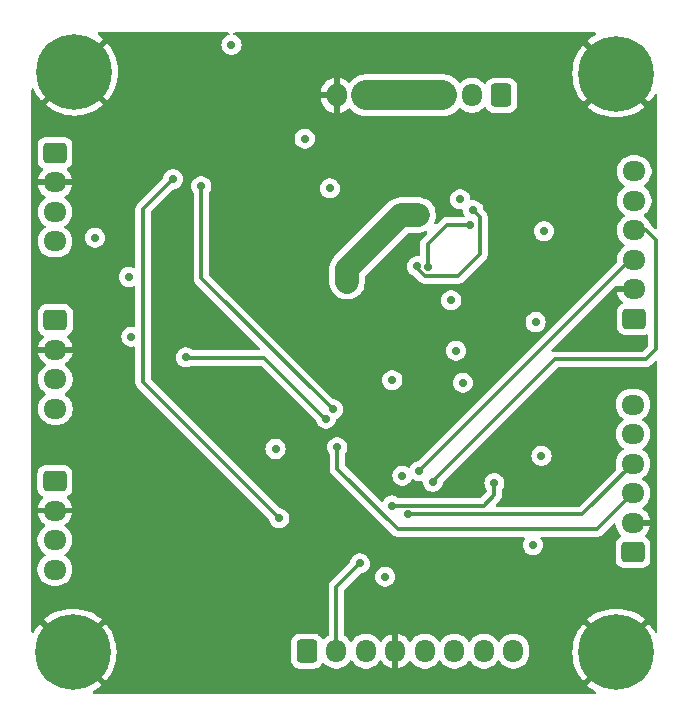
<source format=gbr>
%TF.GenerationSoftware,KiCad,Pcbnew,8.0.5*%
%TF.CreationDate,2024-10-08T13:01:26+02:00*%
%TF.ProjectId,ESE_AL8,4553455f-414c-4382-9e6b-696361645f70,rev?*%
%TF.SameCoordinates,Original*%
%TF.FileFunction,Copper,L4,Bot*%
%TF.FilePolarity,Positive*%
%FSLAX46Y46*%
G04 Gerber Fmt 4.6, Leading zero omitted, Abs format (unit mm)*
G04 Created by KiCad (PCBNEW 8.0.5) date 2024-10-08 13:01:26*
%MOMM*%
%LPD*%
G01*
G04 APERTURE LIST*
G04 Aperture macros list*
%AMRoundRect*
0 Rectangle with rounded corners*
0 $1 Rounding radius*
0 $2 $3 $4 $5 $6 $7 $8 $9 X,Y pos of 4 corners*
0 Add a 4 corners polygon primitive as box body*
4,1,4,$2,$3,$4,$5,$6,$7,$8,$9,$2,$3,0*
0 Add four circle primitives for the rounded corners*
1,1,$1+$1,$2,$3*
1,1,$1+$1,$4,$5*
1,1,$1+$1,$6,$7*
1,1,$1+$1,$8,$9*
0 Add four rect primitives between the rounded corners*
20,1,$1+$1,$2,$3,$4,$5,0*
20,1,$1+$1,$4,$5,$6,$7,0*
20,1,$1+$1,$6,$7,$8,$9,0*
20,1,$1+$1,$8,$9,$2,$3,0*%
G04 Aperture macros list end*
%TA.AperFunction,ComponentPad*%
%ADD10C,0.800000*%
%TD*%
%TA.AperFunction,ComponentPad*%
%ADD11C,6.400000*%
%TD*%
%TA.AperFunction,ComponentPad*%
%ADD12RoundRect,0.250000X0.725000X-0.600000X0.725000X0.600000X-0.725000X0.600000X-0.725000X-0.600000X0*%
%TD*%
%TA.AperFunction,ComponentPad*%
%ADD13O,1.950000X1.700000*%
%TD*%
%TA.AperFunction,ComponentPad*%
%ADD14RoundRect,0.250000X-0.725000X0.600000X-0.725000X-0.600000X0.725000X-0.600000X0.725000X0.600000X0*%
%TD*%
%TA.AperFunction,ComponentPad*%
%ADD15RoundRect,0.250000X0.600000X0.725000X-0.600000X0.725000X-0.600000X-0.725000X0.600000X-0.725000X0*%
%TD*%
%TA.AperFunction,ComponentPad*%
%ADD16O,1.700000X1.950000*%
%TD*%
%TA.AperFunction,ComponentPad*%
%ADD17RoundRect,0.250000X-0.600000X-0.725000X0.600000X-0.725000X0.600000X0.725000X-0.600000X0.725000X0*%
%TD*%
%TA.AperFunction,ComponentPad*%
%ADD18RoundRect,0.250000X0.600000X0.750000X-0.600000X0.750000X-0.600000X-0.750000X0.600000X-0.750000X0*%
%TD*%
%TA.AperFunction,ComponentPad*%
%ADD19O,1.700000X2.000000*%
%TD*%
%TA.AperFunction,ViaPad*%
%ADD20C,0.700000*%
%TD*%
%TA.AperFunction,Conductor*%
%ADD21C,0.300000*%
%TD*%
%TA.AperFunction,Conductor*%
%ADD22C,2.000000*%
%TD*%
%TA.AperFunction,Conductor*%
%ADD23C,2.540000*%
%TD*%
G04 APERTURE END LIST*
D10*
%TO.P,H4,1,1*%
%TO.N,GND*%
X131600000Y-119000000D03*
X132302944Y-117302944D03*
X132302944Y-120697056D03*
X134000000Y-116600000D03*
D11*
X134000000Y-119000000D03*
D10*
X134000000Y-121400000D03*
X135697056Y-117302944D03*
X135697056Y-120697056D03*
X136400000Y-119000000D03*
%TD*%
%TO.P,H3,1,1*%
%TO.N,GND*%
X177600000Y-119000000D03*
X178302944Y-117302944D03*
X178302944Y-120697056D03*
X180000000Y-116600000D03*
D11*
X180000000Y-119000000D03*
D10*
X180000000Y-121400000D03*
X181697056Y-117302944D03*
X181697056Y-120697056D03*
X182400000Y-119000000D03*
%TD*%
D12*
%TO.P,J4,1,Pin_1*%
%TO.N,/Actionneur/MOTEUR1-*%
X181540000Y-90770000D03*
D13*
%TO.P,J4,2,Pin_2*%
%TO.N,GND*%
X181540000Y-88270000D03*
%TO.P,J4,3,Pin_3*%
%TO.N,/SENSORS/PHASE_A1*%
X181540000Y-85770000D03*
%TO.P,J4,4,Pin_4*%
%TO.N,/SENSORS/PHASE_B1*%
X181540000Y-83270000D03*
%TO.P,J4,5,Pin_5*%
%TO.N,+3.3V*%
X181540000Y-80770000D03*
%TO.P,J4,6,Pin_6*%
%TO.N,/Actionneur/MOTEUR1+*%
X181540000Y-78270000D03*
%TD*%
D14*
%TO.P,J1,1,Pin_1*%
%TO.N,+3.3V*%
X132530000Y-90880000D03*
D13*
%TO.P,J1,2,Pin_2*%
%TO.N,GND*%
X132530000Y-93380000D03*
%TO.P,J1,3,Pin_3*%
%TO.N,/SENSORS/CB_OUT1*%
X132530000Y-95880000D03*
%TO.P,J1,4,Pin_4*%
%TO.N,/SENSORS/CB_IN*%
X132530000Y-98380000D03*
%TD*%
D12*
%TO.P,J5,1,Pin_1*%
%TO.N,/Actionneur/MOTEUR2-*%
X181440000Y-110520000D03*
D13*
%TO.P,J5,2,Pin_2*%
%TO.N,GND*%
X181440000Y-108020000D03*
%TO.P,J5,3,Pin_3*%
%TO.N,/SENSORS/PHASE_A2*%
X181440000Y-105520000D03*
%TO.P,J5,4,Pin_4*%
%TO.N,/SENSORS/PHASE_B2*%
X181440000Y-103020000D03*
%TO.P,J5,5,Pin_5*%
%TO.N,+3.3V*%
X181440000Y-100520000D03*
%TO.P,J5,6,Pin_6*%
%TO.N,/Actionneur/MOTEUR2+*%
X181440000Y-98020000D03*
%TD*%
D15*
%TO.P,SW2,1,C*%
%TO.N,unconnected-(SW2-C-Pad1)*%
X170290000Y-71830000D03*
D16*
%TO.P,SW2,2,B*%
%TO.N,+BATT*%
X167790000Y-71830000D03*
%TO.P,SW2,3,A*%
%TO.N,+7.2V*%
X165290000Y-71830000D03*
%TD*%
D14*
%TO.P,J8,1,Pin_1*%
%TO.N,+3.3V*%
X132500000Y-76710000D03*
D13*
%TO.P,J8,2,Pin_2*%
%TO.N,GND*%
X132500000Y-79210000D03*
%TO.P,J8,3,Pin_3*%
%TO.N,/Actionneur/SCL*%
X132500000Y-81710000D03*
%TO.P,J8,4,Pin_4*%
%TO.N,/Actionneur/SDA*%
X132500000Y-84210000D03*
%TD*%
D14*
%TO.P,J2,1,Pin_1*%
%TO.N,+3.3V*%
X132490000Y-104490000D03*
D13*
%TO.P,J2,2,Pin_2*%
%TO.N,GND*%
X132490000Y-106990000D03*
%TO.P,J2,3,Pin_3*%
%TO.N,/SENSORS/CB_OUT2*%
X132490000Y-109490000D03*
%TO.P,J2,4,Pin_4*%
%TO.N,/SENSORS/CB_IN*%
X132490000Y-111990000D03*
%TD*%
D17*
%TO.P,J3,1,Pin_1*%
%TO.N,+5V*%
X153810000Y-118890000D03*
D16*
%TO.P,J3,2,Pin_2*%
%TO.N,/SENSORS/TX_LIDAR*%
X156310000Y-118890000D03*
%TO.P,J3,3,Pin_3*%
%TO.N,/SENSORS/RX_LIDAR*%
X158810000Y-118890000D03*
%TO.P,J3,4,Pin_4*%
%TO.N,GND*%
X161310000Y-118890000D03*
%TO.P,J3,5,Pin_5*%
%TO.N,/SENSORS/M_EN_LIDAR*%
X163810000Y-118890000D03*
%TO.P,J3,6,Pin_6*%
%TO.N,/SENSORS/DEV_EN_LIDAR*%
X166310000Y-118890000D03*
%TO.P,J3,7,Pin_7*%
%TO.N,/SENSORS/M_SCTR_LIDAR*%
X168810000Y-118890000D03*
%TO.P,J3,8,Pin_8*%
%TO.N,unconnected-(J3-Pin_8-Pad8)*%
X171310000Y-118890000D03*
%TD*%
D10*
%TO.P,H2,1,1*%
%TO.N,GND*%
X177600000Y-70000000D03*
X178302944Y-68302944D03*
X178302944Y-71697056D03*
X180000000Y-67600000D03*
D11*
X180000000Y-70000000D03*
D10*
X180000000Y-72400000D03*
X181697056Y-68302944D03*
X181697056Y-71697056D03*
X182400000Y-70000000D03*
%TD*%
D18*
%TO.P,J6,1,Pin_1*%
%TO.N,+7.2V*%
X158860000Y-71840000D03*
D19*
%TO.P,J6,2,Pin_2*%
%TO.N,GND*%
X156360000Y-71840000D03*
%TD*%
D10*
%TO.P,H1,1,1*%
%TO.N,GND*%
X131740000Y-69840000D03*
X132442944Y-68142944D03*
X132442944Y-71537056D03*
X134140000Y-67440000D03*
D11*
X134140000Y-69840000D03*
D10*
X134140000Y-72240000D03*
X135837056Y-68142944D03*
X135837056Y-71537056D03*
X136540000Y-69840000D03*
%TD*%
D20*
%TO.N,+3.3V*%
X151170000Y-101780000D03*
X147440000Y-67560000D03*
%TO.N,GND*%
X143280000Y-81550000D03*
%TO.N,+3.3V*%
X138970000Y-92260000D03*
X138760000Y-87210000D03*
%TO.N,GND*%
X147900000Y-96200000D03*
%TO.N,+3.3V*%
X135870000Y-83880000D03*
X153640000Y-75500000D03*
%TO.N,GND*%
X156370000Y-106540000D03*
%TO.N,+3.3V*%
X160460000Y-112590000D03*
X161910000Y-104030000D03*
X161060000Y-95960000D03*
%TO.N,NRST*%
X151490000Y-107650000D03*
X142480000Y-78940000D03*
%TO.N,SWO*%
X156030000Y-98430000D03*
X144890000Y-79540000D03*
%TO.N,/SENSORS/TX_LIDAR*%
X158300000Y-111470000D03*
%TO.N,/SENSORS/PHASE_A1*%
X163340000Y-103660000D03*
%TO.N,/SENSORS/PHASE_B1*%
X164480000Y-104560000D03*
%TO.N,/SENSORS/PHASE_B2*%
X162380000Y-107310000D03*
%TO.N,/SENSORS/PHASE_A2*%
X156400000Y-101640000D03*
%TO.N,/SENSORS/INT1_ACCELERO*%
X155430000Y-99200000D03*
X143590000Y-94030000D03*
%TO.N,/Actionneur/FWD2*%
X169700000Y-104670000D03*
X161045023Y-106565023D03*
%TO.N,+BATT*%
X173190000Y-91030000D03*
X173680000Y-102360000D03*
X172950000Y-109930000D03*
X173880000Y-83340000D03*
X166820000Y-80650000D03*
%TO.N,/Alimentation/vcc*%
X167670000Y-82800000D03*
X164064199Y-86383239D03*
%TO.N,/Alimentation/sw*%
X157230000Y-86730000D03*
X163250000Y-81970000D03*
X157230000Y-87620000D03*
%TO.N,+5V*%
X166050000Y-89200000D03*
X167020000Y-96170000D03*
X166440000Y-93450000D03*
X155760000Y-79720000D03*
%TO.N,/Alimentation/en{slash}sync*%
X163166012Y-86326147D03*
X167920000Y-81580000D03*
%TD*%
D21*
%TO.N,NRST*%
X139940000Y-83940000D02*
X139940000Y-81480000D01*
X151490000Y-107650000D02*
X139940000Y-96100000D01*
X139940000Y-81480000D02*
X142480000Y-78940000D01*
X139940000Y-96100000D02*
X139940000Y-83940000D01*
%TO.N,SWO*%
X156000000Y-98430000D02*
X144890000Y-87320000D01*
X144890000Y-87320000D02*
X144890000Y-79540000D01*
X156030000Y-98430000D02*
X156000000Y-98430000D01*
%TO.N,/SENSORS/TX_LIDAR*%
X158300000Y-111470000D02*
X158320000Y-111490000D01*
X156310000Y-113460000D02*
X158300000Y-111470000D01*
X156310000Y-118890000D02*
X156310000Y-113460000D01*
%TO.N,/SENSORS/PHASE_A1*%
X163340000Y-103660000D02*
X163340000Y-103650000D01*
X181220000Y-85770000D02*
X181540000Y-85770000D01*
X163340000Y-103650000D02*
X181220000Y-85770000D01*
%TO.N,/SENSORS/PHASE_B1*%
X164480000Y-104530000D02*
X164480000Y-104560000D01*
X183350000Y-93350000D02*
X182510000Y-94190000D01*
X181540000Y-83270000D02*
X182500000Y-83270000D01*
X183350000Y-84120000D02*
X183350000Y-93350000D01*
X174820000Y-94190000D02*
X164480000Y-104530000D01*
X182510000Y-94190000D02*
X174820000Y-94190000D01*
X182500000Y-83270000D02*
X183350000Y-84120000D01*
%TO.N,/SENSORS/PHASE_B2*%
X177150000Y-107310000D02*
X181440000Y-103020000D01*
X162380000Y-107310000D02*
X177150000Y-107310000D01*
%TO.N,/SENSORS/PHASE_A2*%
X156400000Y-103450000D02*
X161510000Y-108560000D01*
X161510000Y-108560000D02*
X178400000Y-108560000D01*
X178400000Y-108560000D02*
X181440000Y-105520000D01*
X156400000Y-101640000D02*
X156400000Y-103450000D01*
%TO.N,/SENSORS/INT1_ACCELERO*%
X155330000Y-99200000D02*
X150210000Y-94080000D01*
X150210000Y-94080000D02*
X143640000Y-94080000D01*
X143640000Y-94080000D02*
X143590000Y-94030000D01*
X155430000Y-99200000D02*
X155330000Y-99200000D01*
%TO.N,/Actionneur/FWD2*%
X169700000Y-104670000D02*
X169700000Y-105660000D01*
X169700000Y-105660000D02*
X168794977Y-106565023D01*
X168794977Y-106565023D02*
X161045023Y-106565023D01*
%TO.N,/SENSORS/RX_LIDAR*%
X158810000Y-118890000D02*
X158810000Y-119350000D01*
%TO.N,/Alimentation/vcc*%
X165660000Y-82800000D02*
X167670000Y-82800000D01*
X164064199Y-84395801D02*
X165660000Y-82800000D01*
X164064199Y-86383239D02*
X164064199Y-84395801D01*
D22*
%TO.N,/Alimentation/sw*%
X157230000Y-86730000D02*
X157230000Y-87620000D01*
X161790000Y-81970000D02*
X157230000Y-86530000D01*
X157230000Y-86530000D02*
X157230000Y-86730000D01*
X163250000Y-81970000D02*
X161790000Y-81970000D01*
D21*
%TO.N,/Alimentation/en{slash}sync*%
X168490000Y-85290000D02*
X168490000Y-82150000D01*
X163166012Y-86475002D02*
X163821010Y-87130000D01*
X163821010Y-87130000D02*
X166650000Y-87130000D01*
X168490000Y-82150000D02*
X167920000Y-81580000D01*
X166650000Y-87130000D02*
X168490000Y-85290000D01*
X163166012Y-86326147D02*
X163166012Y-86475002D01*
D23*
%TO.N,+7.2V*%
X158870000Y-71830000D02*
X158860000Y-71840000D01*
X165290000Y-71830000D02*
X158870000Y-71830000D01*
%TD*%
%TA.AperFunction,Conductor*%
%TO.N,GND*%
G36*
X147221135Y-66520185D02*
G01*
X147266890Y-66572989D01*
X147276834Y-66642147D01*
X147247809Y-66705703D01*
X147189031Y-66743477D01*
X147179876Y-66745790D01*
X147175735Y-66746670D01*
X147175728Y-66746672D01*
X147012408Y-66819387D01*
X146867768Y-66924475D01*
X146748140Y-67057336D01*
X146658750Y-67212164D01*
X146658747Y-67212170D01*
X146603504Y-67382192D01*
X146603503Y-67382194D01*
X146584815Y-67560000D01*
X146603503Y-67737805D01*
X146603504Y-67737807D01*
X146658747Y-67907829D01*
X146658750Y-67907835D01*
X146748141Y-68062665D01*
X146789812Y-68108946D01*
X146867764Y-68195521D01*
X146867767Y-68195523D01*
X146867770Y-68195526D01*
X147012407Y-68300612D01*
X147175733Y-68373329D01*
X147350609Y-68410500D01*
X147350610Y-68410500D01*
X147529389Y-68410500D01*
X147529391Y-68410500D01*
X147704267Y-68373329D01*
X147867593Y-68300612D01*
X148012230Y-68195526D01*
X148131859Y-68062665D01*
X148221250Y-67907835D01*
X148276497Y-67737803D01*
X148295185Y-67560000D01*
X148276497Y-67382197D01*
X148221250Y-67212165D01*
X148131859Y-67057335D01*
X148041165Y-66956609D01*
X148012235Y-66924478D01*
X148012232Y-66924476D01*
X148012231Y-66924475D01*
X148012230Y-66924474D01*
X147867593Y-66819388D01*
X147704267Y-66746671D01*
X147704265Y-66746670D01*
X147704264Y-66746670D01*
X147704263Y-66746669D01*
X147700124Y-66745790D01*
X147638642Y-66712598D01*
X147604865Y-66651435D01*
X147609517Y-66581721D01*
X147651121Y-66525588D01*
X147716469Y-66500859D01*
X147725904Y-66500500D01*
X178201706Y-66500500D01*
X178268745Y-66520185D01*
X178314500Y-66572989D01*
X178324444Y-66642147D01*
X178295419Y-66705703D01*
X178258001Y-66734985D01*
X178147456Y-66791310D01*
X177822206Y-67002531D01*
X177564648Y-67211095D01*
X177564648Y-67211096D01*
X179059301Y-68705748D01*
X178957670Y-68779588D01*
X178779588Y-68957670D01*
X178705748Y-69059300D01*
X177211096Y-67564648D01*
X177211095Y-67564648D01*
X177002531Y-67822206D01*
X176791310Y-68147456D01*
X176615244Y-68493005D01*
X176476262Y-68855063D01*
X176375887Y-69229669D01*
X176375886Y-69229676D01*
X176315219Y-69612712D01*
X176294922Y-69999999D01*
X176294922Y-70000000D01*
X176315219Y-70387287D01*
X176375886Y-70770323D01*
X176375887Y-70770330D01*
X176476262Y-71144936D01*
X176615244Y-71506994D01*
X176791310Y-71852543D01*
X177002531Y-72177793D01*
X177211095Y-72435350D01*
X177211096Y-72435350D01*
X178705748Y-70940698D01*
X178779588Y-71042330D01*
X178957670Y-71220412D01*
X179059300Y-71294251D01*
X177564648Y-72788903D01*
X177564649Y-72788904D01*
X177822206Y-72997468D01*
X178147456Y-73208689D01*
X178493005Y-73384755D01*
X178855063Y-73523737D01*
X179229669Y-73624112D01*
X179229676Y-73624113D01*
X179612712Y-73684780D01*
X179999999Y-73705078D01*
X180000001Y-73705078D01*
X180387287Y-73684780D01*
X180770323Y-73624113D01*
X180770330Y-73624112D01*
X181144936Y-73523737D01*
X181506994Y-73384755D01*
X181852543Y-73208689D01*
X182177783Y-72997476D01*
X182177785Y-72997475D01*
X182435349Y-72788902D01*
X180940698Y-71294251D01*
X181042330Y-71220412D01*
X181220412Y-71042330D01*
X181294251Y-70940698D01*
X182788902Y-72435349D01*
X182997475Y-72177785D01*
X182997476Y-72177783D01*
X183208691Y-71852541D01*
X183208692Y-71852538D01*
X183265015Y-71741999D01*
X183312989Y-71691202D01*
X183380810Y-71674407D01*
X183446945Y-71696944D01*
X183490397Y-71751659D01*
X183499500Y-71798293D01*
X183499500Y-83050192D01*
X183479815Y-83117231D01*
X183427011Y-83162986D01*
X183357853Y-83172930D01*
X183294297Y-83143905D01*
X183287819Y-83137873D01*
X182944621Y-82794675D01*
X182917740Y-82754444D01*
X182916558Y-82751592D01*
X182916557Y-82751588D01*
X182820051Y-82562184D01*
X182820049Y-82562181D01*
X182820048Y-82562179D01*
X182695109Y-82390213D01*
X182544792Y-82239896D01*
X182528988Y-82228414D01*
X182380204Y-82120316D01*
X182337540Y-82064989D01*
X182331561Y-81995376D01*
X182364166Y-81933580D01*
X182380199Y-81919686D01*
X182544792Y-81800104D01*
X182695104Y-81649792D01*
X182695106Y-81649788D01*
X182695109Y-81649786D01*
X182820048Y-81477820D01*
X182820047Y-81477820D01*
X182820051Y-81477816D01*
X182916557Y-81288412D01*
X182982246Y-81086243D01*
X183015500Y-80876287D01*
X183015500Y-80663713D01*
X182982246Y-80453757D01*
X182916557Y-80251588D01*
X182820051Y-80062184D01*
X182820049Y-80062181D01*
X182820048Y-80062179D01*
X182695109Y-79890213D01*
X182544792Y-79739896D01*
X182514383Y-79717803D01*
X182380204Y-79620316D01*
X182337540Y-79564989D01*
X182331561Y-79495376D01*
X182364166Y-79433580D01*
X182380199Y-79419686D01*
X182544792Y-79300104D01*
X182695104Y-79149792D01*
X182695106Y-79149788D01*
X182695109Y-79149786D01*
X182820048Y-78977820D01*
X182820047Y-78977820D01*
X182820051Y-78977816D01*
X182916557Y-78788412D01*
X182982246Y-78586243D01*
X183015500Y-78376287D01*
X183015500Y-78163713D01*
X182982246Y-77953757D01*
X182916557Y-77751588D01*
X182820051Y-77562184D01*
X182820049Y-77562181D01*
X182820048Y-77562179D01*
X182695109Y-77390213D01*
X182544786Y-77239890D01*
X182372820Y-77114951D01*
X182183414Y-77018444D01*
X182183413Y-77018443D01*
X182183412Y-77018443D01*
X181981243Y-76952754D01*
X181981241Y-76952753D01*
X181981240Y-76952753D01*
X181819957Y-76927208D01*
X181771287Y-76919500D01*
X181308713Y-76919500D01*
X181260042Y-76927208D01*
X181098760Y-76952753D01*
X180896585Y-77018444D01*
X180707179Y-77114951D01*
X180535213Y-77239890D01*
X180384890Y-77390213D01*
X180259951Y-77562179D01*
X180163444Y-77751585D01*
X180097753Y-77953760D01*
X180080847Y-78060500D01*
X180064500Y-78163713D01*
X180064500Y-78376287D01*
X180097754Y-78586243D01*
X180154925Y-78762197D01*
X180163444Y-78788414D01*
X180259951Y-78977820D01*
X180384890Y-79149786D01*
X180535209Y-79300105D01*
X180535214Y-79300109D01*
X180699793Y-79419682D01*
X180742459Y-79475011D01*
X180748438Y-79544625D01*
X180715833Y-79606420D01*
X180699793Y-79620318D01*
X180535214Y-79739890D01*
X180535209Y-79739894D01*
X180384890Y-79890213D01*
X180259951Y-80062179D01*
X180163444Y-80251585D01*
X180097753Y-80453760D01*
X180064500Y-80663713D01*
X180064500Y-80876286D01*
X180082904Y-80992488D01*
X180097754Y-81086243D01*
X180162505Y-81285526D01*
X180163444Y-81288414D01*
X180259951Y-81477820D01*
X180384890Y-81649786D01*
X180535209Y-81800105D01*
X180535214Y-81800109D01*
X180699793Y-81919682D01*
X180742459Y-81975011D01*
X180748438Y-82044625D01*
X180715833Y-82106420D01*
X180699793Y-82120318D01*
X180535214Y-82239890D01*
X180535209Y-82239894D01*
X180384890Y-82390213D01*
X180259951Y-82562179D01*
X180163444Y-82751585D01*
X180097753Y-82953760D01*
X180064500Y-83163713D01*
X180064500Y-83376286D01*
X180090526Y-83540612D01*
X180097754Y-83586243D01*
X180135428Y-83702192D01*
X180163444Y-83788414D01*
X180259951Y-83977820D01*
X180384890Y-84149786D01*
X180535209Y-84300105D01*
X180535214Y-84300109D01*
X180699793Y-84419682D01*
X180742459Y-84475011D01*
X180748438Y-84544625D01*
X180715833Y-84606420D01*
X180699793Y-84620318D01*
X180535214Y-84739890D01*
X180535209Y-84739894D01*
X180384890Y-84890213D01*
X180259951Y-85062179D01*
X180163444Y-85251585D01*
X180163443Y-85251587D01*
X180163443Y-85251588D01*
X180097754Y-85453757D01*
X180076882Y-85585535D01*
X180064500Y-85663713D01*
X180064500Y-85876292D01*
X180072290Y-85925475D01*
X180063336Y-85994768D01*
X180037498Y-86032554D01*
X163289210Y-102780843D01*
X163227887Y-102814328D01*
X163227310Y-102814452D01*
X163075733Y-102846670D01*
X163075728Y-102846672D01*
X162912408Y-102919387D01*
X162767768Y-103024475D01*
X162648139Y-103157336D01*
X162571517Y-103290050D01*
X162520950Y-103338266D01*
X162452343Y-103351488D01*
X162391245Y-103328368D01*
X162337597Y-103289390D01*
X162337593Y-103289388D01*
X162174267Y-103216671D01*
X162174265Y-103216670D01*
X162046594Y-103189533D01*
X161999391Y-103179500D01*
X161820609Y-103179500D01*
X161789954Y-103186015D01*
X161645733Y-103216670D01*
X161645728Y-103216672D01*
X161482408Y-103289387D01*
X161337768Y-103394475D01*
X161218140Y-103527336D01*
X161128750Y-103682164D01*
X161128747Y-103682170D01*
X161073504Y-103852192D01*
X161073503Y-103852194D01*
X161054815Y-104030000D01*
X161073503Y-104207805D01*
X161073504Y-104207807D01*
X161128747Y-104377829D01*
X161128750Y-104377835D01*
X161218141Y-104532665D01*
X161231080Y-104547035D01*
X161337764Y-104665521D01*
X161337767Y-104665523D01*
X161337770Y-104665526D01*
X161482407Y-104770612D01*
X161645733Y-104843329D01*
X161820609Y-104880500D01*
X161820610Y-104880500D01*
X161999389Y-104880500D01*
X161999391Y-104880500D01*
X162174267Y-104843329D01*
X162337593Y-104770612D01*
X162482230Y-104665526D01*
X162601859Y-104532665D01*
X162678482Y-104399950D01*
X162729048Y-104351734D01*
X162797655Y-104338510D01*
X162858754Y-104361630D01*
X162912407Y-104400612D01*
X163075733Y-104473329D01*
X163250609Y-104510500D01*
X163250610Y-104510500D01*
X163429389Y-104510500D01*
X163429391Y-104510500D01*
X163480750Y-104499583D01*
X163550416Y-104504899D01*
X163606149Y-104547035D01*
X163629851Y-104607911D01*
X163643503Y-104737805D01*
X163643504Y-104737807D01*
X163698747Y-104907829D01*
X163698750Y-104907835D01*
X163788141Y-105062665D01*
X163829812Y-105108946D01*
X163907764Y-105195521D01*
X163907767Y-105195523D01*
X163907770Y-105195526D01*
X164052407Y-105300612D01*
X164215733Y-105373329D01*
X164390609Y-105410500D01*
X164390610Y-105410500D01*
X164569389Y-105410500D01*
X164569391Y-105410500D01*
X164744267Y-105373329D01*
X164907593Y-105300612D01*
X165052230Y-105195526D01*
X165171859Y-105062665D01*
X165261250Y-104907835D01*
X165316497Y-104737803D01*
X165326512Y-104642509D01*
X165353095Y-104577898D01*
X165362142Y-104567802D01*
X167569944Y-102360000D01*
X172824815Y-102360000D01*
X172843503Y-102537805D01*
X172843504Y-102537807D01*
X172898747Y-102707829D01*
X172898750Y-102707835D01*
X172988141Y-102862665D01*
X173029812Y-102908946D01*
X173107764Y-102995521D01*
X173107767Y-102995523D01*
X173107770Y-102995526D01*
X173252407Y-103100612D01*
X173415733Y-103173329D01*
X173590609Y-103210500D01*
X173590610Y-103210500D01*
X173769389Y-103210500D01*
X173769391Y-103210500D01*
X173944267Y-103173329D01*
X174107593Y-103100612D01*
X174252230Y-102995526D01*
X174371859Y-102862665D01*
X174461250Y-102707835D01*
X174516497Y-102537803D01*
X174535185Y-102360000D01*
X174516497Y-102182197D01*
X174461250Y-102012165D01*
X174371859Y-101857335D01*
X174325003Y-101805296D01*
X174252235Y-101724478D01*
X174252232Y-101724476D01*
X174252231Y-101724475D01*
X174252230Y-101724474D01*
X174107593Y-101619388D01*
X173944267Y-101546671D01*
X173944265Y-101546670D01*
X173816594Y-101519533D01*
X173769391Y-101509500D01*
X173590609Y-101509500D01*
X173559954Y-101516015D01*
X173415733Y-101546670D01*
X173415728Y-101546672D01*
X173252408Y-101619387D01*
X173107768Y-101724475D01*
X172988140Y-101857336D01*
X172898750Y-102012164D01*
X172898747Y-102012170D01*
X172843504Y-102182192D01*
X172843503Y-102182194D01*
X172824815Y-102360000D01*
X167569944Y-102360000D01*
X175053127Y-94876819D01*
X175114450Y-94843334D01*
X175140808Y-94840500D01*
X182574071Y-94840500D01*
X182658615Y-94823682D01*
X182699744Y-94815501D01*
X182818127Y-94766465D01*
X182924669Y-94695277D01*
X183287819Y-94332127D01*
X183349142Y-94298642D01*
X183418833Y-94303626D01*
X183474767Y-94345497D01*
X183499184Y-94410962D01*
X183499500Y-94419808D01*
X183499500Y-117201706D01*
X183479815Y-117268745D01*
X183427011Y-117314500D01*
X183357853Y-117324444D01*
X183294297Y-117295419D01*
X183265015Y-117258001D01*
X183208689Y-117147456D01*
X182997468Y-116822206D01*
X182788904Y-116564649D01*
X182788903Y-116564648D01*
X181294251Y-118059300D01*
X181220412Y-117957670D01*
X181042330Y-117779588D01*
X180940698Y-117705748D01*
X182435350Y-116211096D01*
X182435350Y-116211095D01*
X182177793Y-116002531D01*
X181852543Y-115791310D01*
X181506994Y-115615244D01*
X181144936Y-115476262D01*
X180770330Y-115375887D01*
X180770323Y-115375886D01*
X180387287Y-115315219D01*
X180000001Y-115294922D01*
X179999999Y-115294922D01*
X179612712Y-115315219D01*
X179229676Y-115375886D01*
X179229669Y-115375887D01*
X178855063Y-115476262D01*
X178493005Y-115615244D01*
X178147456Y-115791310D01*
X177822206Y-116002531D01*
X177564648Y-116211095D01*
X177564648Y-116211096D01*
X179059301Y-117705748D01*
X178957670Y-117779588D01*
X178779588Y-117957670D01*
X178705748Y-118059300D01*
X177211096Y-116564648D01*
X177211095Y-116564648D01*
X177002531Y-116822206D01*
X176791310Y-117147456D01*
X176615244Y-117493005D01*
X176476262Y-117855063D01*
X176375887Y-118229669D01*
X176375886Y-118229676D01*
X176315219Y-118612712D01*
X176294922Y-118999999D01*
X176294922Y-119000000D01*
X176315219Y-119387287D01*
X176375886Y-119770323D01*
X176375887Y-119770330D01*
X176476262Y-120144936D01*
X176615244Y-120506994D01*
X176791310Y-120852543D01*
X177002531Y-121177793D01*
X177211095Y-121435350D01*
X177211096Y-121435350D01*
X178705748Y-119940698D01*
X178779588Y-120042330D01*
X178957670Y-120220412D01*
X179059300Y-120294251D01*
X177564648Y-121788903D01*
X177564649Y-121788904D01*
X177822206Y-121997468D01*
X178147456Y-122208689D01*
X178258001Y-122265015D01*
X178308797Y-122312990D01*
X178325592Y-122380811D01*
X178303055Y-122446945D01*
X178248340Y-122490397D01*
X178201706Y-122499500D01*
X135798294Y-122499500D01*
X135731255Y-122479815D01*
X135685500Y-122427011D01*
X135675556Y-122357853D01*
X135704581Y-122294297D01*
X135741999Y-122265015D01*
X135852543Y-122208689D01*
X136177783Y-121997476D01*
X136177785Y-121997475D01*
X136435349Y-121788902D01*
X134940698Y-120294251D01*
X135042330Y-120220412D01*
X135220412Y-120042330D01*
X135294251Y-119940698D01*
X136788902Y-121435349D01*
X136997475Y-121177785D01*
X136997476Y-121177783D01*
X137208689Y-120852543D01*
X137384755Y-120506994D01*
X137523737Y-120144936D01*
X137624112Y-119770330D01*
X137624113Y-119770323D01*
X137684780Y-119387287D01*
X137705078Y-119000000D01*
X137705078Y-118999999D01*
X137684780Y-118612712D01*
X137624113Y-118229676D01*
X137624112Y-118229669D01*
X137593382Y-118114983D01*
X152459500Y-118114983D01*
X152459500Y-119665001D01*
X152459501Y-119665018D01*
X152470000Y-119767796D01*
X152470001Y-119767799D01*
X152515894Y-119906294D01*
X152525186Y-119934334D01*
X152617288Y-120083656D01*
X152741344Y-120207712D01*
X152890666Y-120299814D01*
X153057203Y-120354999D01*
X153159991Y-120365500D01*
X154460008Y-120365499D01*
X154562797Y-120354999D01*
X154729334Y-120299814D01*
X154878656Y-120207712D01*
X155002712Y-120083656D01*
X155094814Y-119934334D01*
X155094814Y-119934331D01*
X155098178Y-119928879D01*
X155150126Y-119882154D01*
X155219088Y-119870931D01*
X155283170Y-119898774D01*
X155291398Y-119906294D01*
X155430213Y-120045109D01*
X155602179Y-120170048D01*
X155602181Y-120170049D01*
X155602184Y-120170051D01*
X155791588Y-120266557D01*
X155993757Y-120332246D01*
X156203713Y-120365500D01*
X156203714Y-120365500D01*
X156416286Y-120365500D01*
X156416287Y-120365500D01*
X156626243Y-120332246D01*
X156828412Y-120266557D01*
X157017816Y-120170051D01*
X157052384Y-120144936D01*
X157189786Y-120045109D01*
X157189788Y-120045106D01*
X157189792Y-120045104D01*
X157340104Y-119894792D01*
X157459683Y-119730204D01*
X157515011Y-119687540D01*
X157584624Y-119681561D01*
X157646420Y-119714166D01*
X157660313Y-119730199D01*
X157689465Y-119770323D01*
X157779896Y-119894792D01*
X157930213Y-120045109D01*
X158102179Y-120170048D01*
X158102181Y-120170049D01*
X158102184Y-120170051D01*
X158291588Y-120266557D01*
X158493757Y-120332246D01*
X158703713Y-120365500D01*
X158703714Y-120365500D01*
X158916286Y-120365500D01*
X158916287Y-120365500D01*
X159126243Y-120332246D01*
X159328412Y-120266557D01*
X159517816Y-120170051D01*
X159552384Y-120144936D01*
X159689786Y-120045109D01*
X159689788Y-120045106D01*
X159689792Y-120045104D01*
X159840104Y-119894792D01*
X159959991Y-119729779D01*
X160015320Y-119687115D01*
X160084933Y-119681136D01*
X160146729Y-119713741D01*
X160160627Y-119729781D01*
X160280272Y-119894459D01*
X160280276Y-119894464D01*
X160430535Y-120044723D01*
X160430540Y-120044727D01*
X160602442Y-120169620D01*
X160791782Y-120266095D01*
X160993871Y-120331757D01*
X161060000Y-120342231D01*
X161060000Y-119294145D01*
X161126657Y-119332630D01*
X161247465Y-119365000D01*
X161372535Y-119365000D01*
X161493343Y-119332630D01*
X161560000Y-119294145D01*
X161560000Y-120342230D01*
X161626126Y-120331757D01*
X161626129Y-120331757D01*
X161828217Y-120266095D01*
X162017557Y-120169620D01*
X162189459Y-120044727D01*
X162189464Y-120044723D01*
X162339721Y-119894466D01*
X162459371Y-119729781D01*
X162514701Y-119687115D01*
X162584314Y-119681136D01*
X162646110Y-119713741D01*
X162660008Y-119729781D01*
X162779890Y-119894785D01*
X162779894Y-119894790D01*
X162930213Y-120045109D01*
X163102179Y-120170048D01*
X163102181Y-120170049D01*
X163102184Y-120170051D01*
X163291588Y-120266557D01*
X163493757Y-120332246D01*
X163703713Y-120365500D01*
X163703714Y-120365500D01*
X163916286Y-120365500D01*
X163916287Y-120365500D01*
X164126243Y-120332246D01*
X164328412Y-120266557D01*
X164517816Y-120170051D01*
X164552384Y-120144936D01*
X164689786Y-120045109D01*
X164689788Y-120045106D01*
X164689792Y-120045104D01*
X164840104Y-119894792D01*
X164959683Y-119730204D01*
X165015011Y-119687540D01*
X165084624Y-119681561D01*
X165146420Y-119714166D01*
X165160313Y-119730199D01*
X165189465Y-119770323D01*
X165279896Y-119894792D01*
X165430213Y-120045109D01*
X165602179Y-120170048D01*
X165602181Y-120170049D01*
X165602184Y-120170051D01*
X165791588Y-120266557D01*
X165993757Y-120332246D01*
X166203713Y-120365500D01*
X166203714Y-120365500D01*
X166416286Y-120365500D01*
X166416287Y-120365500D01*
X166626243Y-120332246D01*
X166828412Y-120266557D01*
X167017816Y-120170051D01*
X167052384Y-120144936D01*
X167189786Y-120045109D01*
X167189788Y-120045106D01*
X167189792Y-120045104D01*
X167340104Y-119894792D01*
X167459683Y-119730204D01*
X167515011Y-119687540D01*
X167584624Y-119681561D01*
X167646420Y-119714166D01*
X167660313Y-119730199D01*
X167689465Y-119770323D01*
X167779896Y-119894792D01*
X167930213Y-120045109D01*
X168102179Y-120170048D01*
X168102181Y-120170049D01*
X168102184Y-120170051D01*
X168291588Y-120266557D01*
X168493757Y-120332246D01*
X168703713Y-120365500D01*
X168703714Y-120365500D01*
X168916286Y-120365500D01*
X168916287Y-120365500D01*
X169126243Y-120332246D01*
X169328412Y-120266557D01*
X169517816Y-120170051D01*
X169552384Y-120144936D01*
X169689786Y-120045109D01*
X169689788Y-120045106D01*
X169689792Y-120045104D01*
X169840104Y-119894792D01*
X169959683Y-119730204D01*
X170015011Y-119687540D01*
X170084624Y-119681561D01*
X170146420Y-119714166D01*
X170160313Y-119730199D01*
X170189465Y-119770323D01*
X170279896Y-119894792D01*
X170430213Y-120045109D01*
X170602179Y-120170048D01*
X170602181Y-120170049D01*
X170602184Y-120170051D01*
X170791588Y-120266557D01*
X170993757Y-120332246D01*
X171203713Y-120365500D01*
X171203714Y-120365500D01*
X171416286Y-120365500D01*
X171416287Y-120365500D01*
X171626243Y-120332246D01*
X171828412Y-120266557D01*
X172017816Y-120170051D01*
X172052384Y-120144936D01*
X172189786Y-120045109D01*
X172189788Y-120045106D01*
X172189792Y-120045104D01*
X172340104Y-119894792D01*
X172340106Y-119894788D01*
X172340109Y-119894786D01*
X172465048Y-119722820D01*
X172465047Y-119722820D01*
X172465051Y-119722816D01*
X172561557Y-119533412D01*
X172627246Y-119331243D01*
X172660500Y-119121287D01*
X172660500Y-118658713D01*
X172627246Y-118448757D01*
X172561557Y-118246588D01*
X172465051Y-118057184D01*
X172465049Y-118057181D01*
X172465048Y-118057179D01*
X172340109Y-117885213D01*
X172189786Y-117734890D01*
X172017820Y-117609951D01*
X171828414Y-117513444D01*
X171828413Y-117513443D01*
X171828412Y-117513443D01*
X171626243Y-117447754D01*
X171626241Y-117447753D01*
X171626240Y-117447753D01*
X171464957Y-117422208D01*
X171416287Y-117414500D01*
X171203713Y-117414500D01*
X171155042Y-117422208D01*
X170993760Y-117447753D01*
X170791585Y-117513444D01*
X170602179Y-117609951D01*
X170430213Y-117734890D01*
X170279894Y-117885209D01*
X170279890Y-117885214D01*
X170160318Y-118049793D01*
X170104989Y-118092459D01*
X170035375Y-118098438D01*
X169973580Y-118065833D01*
X169959682Y-118049793D01*
X169840109Y-117885214D01*
X169840105Y-117885209D01*
X169689786Y-117734890D01*
X169517820Y-117609951D01*
X169328414Y-117513444D01*
X169328413Y-117513443D01*
X169328412Y-117513443D01*
X169126243Y-117447754D01*
X169126241Y-117447753D01*
X169126240Y-117447753D01*
X168964957Y-117422208D01*
X168916287Y-117414500D01*
X168703713Y-117414500D01*
X168655042Y-117422208D01*
X168493760Y-117447753D01*
X168291585Y-117513444D01*
X168102179Y-117609951D01*
X167930213Y-117734890D01*
X167779894Y-117885209D01*
X167779890Y-117885214D01*
X167660318Y-118049793D01*
X167604989Y-118092459D01*
X167535375Y-118098438D01*
X167473580Y-118065833D01*
X167459682Y-118049793D01*
X167340109Y-117885214D01*
X167340105Y-117885209D01*
X167189786Y-117734890D01*
X167017820Y-117609951D01*
X166828414Y-117513444D01*
X166828413Y-117513443D01*
X166828412Y-117513443D01*
X166626243Y-117447754D01*
X166626241Y-117447753D01*
X166626240Y-117447753D01*
X166464957Y-117422208D01*
X166416287Y-117414500D01*
X166203713Y-117414500D01*
X166155042Y-117422208D01*
X165993760Y-117447753D01*
X165791585Y-117513444D01*
X165602179Y-117609951D01*
X165430213Y-117734890D01*
X165279894Y-117885209D01*
X165279890Y-117885214D01*
X165160318Y-118049793D01*
X165104989Y-118092459D01*
X165035375Y-118098438D01*
X164973580Y-118065833D01*
X164959682Y-118049793D01*
X164840109Y-117885214D01*
X164840105Y-117885209D01*
X164689786Y-117734890D01*
X164517820Y-117609951D01*
X164328414Y-117513444D01*
X164328413Y-117513443D01*
X164328412Y-117513443D01*
X164126243Y-117447754D01*
X164126241Y-117447753D01*
X164126240Y-117447753D01*
X163964957Y-117422208D01*
X163916287Y-117414500D01*
X163703713Y-117414500D01*
X163655042Y-117422208D01*
X163493760Y-117447753D01*
X163291585Y-117513444D01*
X163102179Y-117609951D01*
X162930213Y-117734890D01*
X162779894Y-117885209D01*
X162779890Y-117885214D01*
X162660008Y-118050218D01*
X162604678Y-118092884D01*
X162535065Y-118098863D01*
X162473270Y-118066257D01*
X162459372Y-118050218D01*
X162339727Y-117885540D01*
X162339723Y-117885535D01*
X162189464Y-117735276D01*
X162189459Y-117735272D01*
X162017557Y-117610379D01*
X161828215Y-117513903D01*
X161626124Y-117448241D01*
X161560000Y-117437768D01*
X161560000Y-118485854D01*
X161493343Y-118447370D01*
X161372535Y-118415000D01*
X161247465Y-118415000D01*
X161126657Y-118447370D01*
X161060000Y-118485854D01*
X161060000Y-117437768D01*
X161059999Y-117437768D01*
X160993875Y-117448241D01*
X160791784Y-117513903D01*
X160602442Y-117610379D01*
X160430540Y-117735272D01*
X160430535Y-117735276D01*
X160280276Y-117885535D01*
X160280272Y-117885540D01*
X160160627Y-118050218D01*
X160105297Y-118092884D01*
X160035684Y-118098863D01*
X159973889Y-118066257D01*
X159959991Y-118050218D01*
X159840109Y-117885214D01*
X159840105Y-117885209D01*
X159689786Y-117734890D01*
X159517820Y-117609951D01*
X159328414Y-117513444D01*
X159328413Y-117513443D01*
X159328412Y-117513443D01*
X159126243Y-117447754D01*
X159126241Y-117447753D01*
X159126240Y-117447753D01*
X158964957Y-117422208D01*
X158916287Y-117414500D01*
X158703713Y-117414500D01*
X158655042Y-117422208D01*
X158493760Y-117447753D01*
X158291585Y-117513444D01*
X158102179Y-117609951D01*
X157930213Y-117734890D01*
X157779894Y-117885209D01*
X157779890Y-117885214D01*
X157660318Y-118049793D01*
X157604989Y-118092459D01*
X157535375Y-118098438D01*
X157473580Y-118065833D01*
X157459682Y-118049793D01*
X157340109Y-117885214D01*
X157340105Y-117885209D01*
X157189786Y-117734890D01*
X157013875Y-117607085D01*
X157014851Y-117605740D01*
X156972834Y-117559295D01*
X156960500Y-117505382D01*
X156960500Y-113780808D01*
X156980185Y-113713769D01*
X156996819Y-113693127D01*
X157644618Y-113045328D01*
X158099945Y-112590000D01*
X159604815Y-112590000D01*
X159623503Y-112767805D01*
X159623504Y-112767807D01*
X159678747Y-112937829D01*
X159678750Y-112937835D01*
X159768141Y-113092665D01*
X159809812Y-113138946D01*
X159887764Y-113225521D01*
X159887767Y-113225523D01*
X159887770Y-113225526D01*
X160032407Y-113330612D01*
X160195733Y-113403329D01*
X160370609Y-113440500D01*
X160370610Y-113440500D01*
X160549389Y-113440500D01*
X160549391Y-113440500D01*
X160724267Y-113403329D01*
X160887593Y-113330612D01*
X161032230Y-113225526D01*
X161151859Y-113092665D01*
X161241250Y-112937835D01*
X161296497Y-112767803D01*
X161315185Y-112590000D01*
X161296497Y-112412197D01*
X161241250Y-112242165D01*
X161151859Y-112087335D01*
X161105003Y-112035296D01*
X161032235Y-111954478D01*
X161032232Y-111954476D01*
X161032231Y-111954475D01*
X161032230Y-111954474D01*
X160887593Y-111849388D01*
X160724267Y-111776671D01*
X160724265Y-111776670D01*
X160596594Y-111749533D01*
X160549391Y-111739500D01*
X160370609Y-111739500D01*
X160339954Y-111746015D01*
X160195733Y-111776670D01*
X160195728Y-111776672D01*
X160032408Y-111849387D01*
X159887768Y-111954475D01*
X159768140Y-112087336D01*
X159678750Y-112242164D01*
X159678747Y-112242170D01*
X159623504Y-112412192D01*
X159623503Y-112412194D01*
X159604815Y-112590000D01*
X158099945Y-112590000D01*
X158338092Y-112351853D01*
X158399413Y-112318370D01*
X158399477Y-112318356D01*
X158564267Y-112283329D01*
X158727593Y-112210612D01*
X158872230Y-112105526D01*
X158888609Y-112087336D01*
X158898148Y-112076741D01*
X158991859Y-111972665D01*
X159081250Y-111817835D01*
X159136497Y-111647803D01*
X159155185Y-111470000D01*
X159136497Y-111292197D01*
X159108873Y-111207181D01*
X159081252Y-111122170D01*
X159081249Y-111122164D01*
X158991859Y-110967335D01*
X158945003Y-110915296D01*
X158872235Y-110834478D01*
X158872232Y-110834476D01*
X158872231Y-110834475D01*
X158872230Y-110834474D01*
X158727593Y-110729388D01*
X158564267Y-110656671D01*
X158564265Y-110656670D01*
X158436594Y-110629533D01*
X158389391Y-110619500D01*
X158210609Y-110619500D01*
X158179954Y-110626015D01*
X158035733Y-110656670D01*
X158035728Y-110656672D01*
X157872408Y-110729387D01*
X157727768Y-110834475D01*
X157608140Y-110967336D01*
X157518750Y-111122164D01*
X157518747Y-111122170D01*
X157463504Y-111292192D01*
X157463503Y-111292194D01*
X157457011Y-111353963D01*
X157430425Y-111418577D01*
X157421371Y-111428681D01*
X155804724Y-113045328D01*
X155773095Y-113092664D01*
X155773096Y-113092665D01*
X155733534Y-113151874D01*
X155684499Y-113270255D01*
X155684497Y-113270261D01*
X155659500Y-113395928D01*
X155659500Y-117505382D01*
X155639815Y-117572421D01*
X155605408Y-117606099D01*
X155606125Y-117607085D01*
X155430215Y-117734889D01*
X155291398Y-117873706D01*
X155230075Y-117907190D01*
X155160383Y-117902206D01*
X155104450Y-117860334D01*
X155098178Y-117851120D01*
X155002712Y-117696344D01*
X154878657Y-117572289D01*
X154878656Y-117572288D01*
X154783253Y-117513443D01*
X154729336Y-117480187D01*
X154729331Y-117480185D01*
X154727862Y-117479698D01*
X154562797Y-117425001D01*
X154562795Y-117425000D01*
X154460010Y-117414500D01*
X153159998Y-117414500D01*
X153159981Y-117414501D01*
X153057203Y-117425000D01*
X153057200Y-117425001D01*
X152890668Y-117480185D01*
X152890663Y-117480187D01*
X152741342Y-117572289D01*
X152617289Y-117696342D01*
X152525187Y-117845663D01*
X152525185Y-117845668D01*
X152522072Y-117855063D01*
X152470001Y-118012203D01*
X152470001Y-118012204D01*
X152470000Y-118012204D01*
X152459500Y-118114983D01*
X137593382Y-118114983D01*
X137523737Y-117855063D01*
X137384755Y-117493005D01*
X137208689Y-117147456D01*
X136997468Y-116822206D01*
X136788904Y-116564649D01*
X136788903Y-116564648D01*
X135294251Y-118059300D01*
X135220412Y-117957670D01*
X135042330Y-117779588D01*
X134940698Y-117705748D01*
X136435350Y-116211096D01*
X136435350Y-116211095D01*
X136177793Y-116002531D01*
X135852543Y-115791310D01*
X135506994Y-115615244D01*
X135144936Y-115476262D01*
X134770330Y-115375887D01*
X134770323Y-115375886D01*
X134387287Y-115315219D01*
X134000001Y-115294922D01*
X133999999Y-115294922D01*
X133612712Y-115315219D01*
X133229676Y-115375886D01*
X133229669Y-115375887D01*
X132855063Y-115476262D01*
X132493005Y-115615244D01*
X132147456Y-115791310D01*
X131822206Y-116002531D01*
X131564648Y-116211095D01*
X131564648Y-116211096D01*
X133059301Y-117705748D01*
X132957670Y-117779588D01*
X132779588Y-117957670D01*
X132705748Y-118059301D01*
X131211096Y-116564648D01*
X131211095Y-116564648D01*
X131002531Y-116822206D01*
X130791310Y-117147456D01*
X130734985Y-117258001D01*
X130687010Y-117308797D01*
X130619189Y-117325592D01*
X130553055Y-117303055D01*
X130509603Y-117248340D01*
X130500500Y-117201706D01*
X130500500Y-103839983D01*
X131014500Y-103839983D01*
X131014500Y-105140001D01*
X131014501Y-105140018D01*
X131025000Y-105242796D01*
X131025001Y-105242799D01*
X131044158Y-105300610D01*
X131080186Y-105409334D01*
X131172288Y-105558656D01*
X131296344Y-105682712D01*
X131408182Y-105751694D01*
X131451558Y-105778448D01*
X131498283Y-105830396D01*
X131509506Y-105899358D01*
X131481663Y-105963441D01*
X131474144Y-105971668D01*
X131335271Y-106110541D01*
X131210379Y-106282442D01*
X131113904Y-106471782D01*
X131048242Y-106673870D01*
X131048242Y-106673873D01*
X131037769Y-106740000D01*
X132085854Y-106740000D01*
X132047370Y-106806657D01*
X132015000Y-106927465D01*
X132015000Y-107052535D01*
X132047370Y-107173343D01*
X132085854Y-107240000D01*
X131037769Y-107240000D01*
X131048242Y-107306126D01*
X131048242Y-107306129D01*
X131113904Y-107508217D01*
X131210379Y-107697557D01*
X131335272Y-107869459D01*
X131335276Y-107869464D01*
X131485535Y-108019723D01*
X131485540Y-108019727D01*
X131650218Y-108139372D01*
X131692884Y-108194701D01*
X131698863Y-108264315D01*
X131666258Y-108326110D01*
X131650218Y-108340008D01*
X131485214Y-108459890D01*
X131485209Y-108459894D01*
X131334890Y-108610213D01*
X131209951Y-108782179D01*
X131113444Y-108971585D01*
X131047753Y-109173760D01*
X131014500Y-109383713D01*
X131014500Y-109596286D01*
X131041570Y-109767203D01*
X131047754Y-109806243D01*
X131087965Y-109930000D01*
X131113444Y-110008414D01*
X131209951Y-110197820D01*
X131334890Y-110369786D01*
X131485209Y-110520105D01*
X131485214Y-110520109D01*
X131649793Y-110639682D01*
X131692459Y-110695011D01*
X131698438Y-110764625D01*
X131665833Y-110826420D01*
X131649793Y-110840318D01*
X131485214Y-110959890D01*
X131485209Y-110959894D01*
X131334890Y-111110213D01*
X131209951Y-111282179D01*
X131113444Y-111471585D01*
X131047753Y-111673760D01*
X131014500Y-111883713D01*
X131014500Y-112096286D01*
X131044124Y-112283329D01*
X131047754Y-112306243D01*
X131062574Y-112351855D01*
X131113444Y-112508414D01*
X131209951Y-112697820D01*
X131334890Y-112869786D01*
X131485213Y-113020109D01*
X131657179Y-113145048D01*
X131657181Y-113145049D01*
X131657184Y-113145051D01*
X131846588Y-113241557D01*
X132048757Y-113307246D01*
X132258713Y-113340500D01*
X132258714Y-113340500D01*
X132721286Y-113340500D01*
X132721287Y-113340500D01*
X132931243Y-113307246D01*
X133133412Y-113241557D01*
X133322816Y-113145051D01*
X133394921Y-113092664D01*
X133494786Y-113020109D01*
X133494788Y-113020106D01*
X133494792Y-113020104D01*
X133645104Y-112869792D01*
X133645106Y-112869788D01*
X133645109Y-112869786D01*
X133770048Y-112697820D01*
X133770047Y-112697820D01*
X133770051Y-112697816D01*
X133866557Y-112508412D01*
X133932246Y-112306243D01*
X133965500Y-112096287D01*
X133965500Y-111883713D01*
X133932246Y-111673757D01*
X133866557Y-111471588D01*
X133770051Y-111282184D01*
X133770049Y-111282181D01*
X133770048Y-111282179D01*
X133645109Y-111110213D01*
X133494792Y-110959896D01*
X133494784Y-110959890D01*
X133330204Y-110840316D01*
X133287540Y-110784989D01*
X133281561Y-110715376D01*
X133314166Y-110653580D01*
X133330199Y-110639686D01*
X133494792Y-110520104D01*
X133645104Y-110369792D01*
X133645106Y-110369788D01*
X133645109Y-110369786D01*
X133770048Y-110197820D01*
X133770047Y-110197820D01*
X133770051Y-110197816D01*
X133866557Y-110008412D01*
X133932246Y-109806243D01*
X133965500Y-109596287D01*
X133965500Y-109383713D01*
X133932246Y-109173757D01*
X133866557Y-108971588D01*
X133770051Y-108782184D01*
X133770049Y-108782181D01*
X133770048Y-108782179D01*
X133645109Y-108610213D01*
X133494790Y-108459894D01*
X133494785Y-108459890D01*
X133329781Y-108340008D01*
X133287115Y-108284678D01*
X133281136Y-108215065D01*
X133313741Y-108153270D01*
X133329781Y-108139371D01*
X133494466Y-108019721D01*
X133644723Y-107869464D01*
X133644727Y-107869459D01*
X133769620Y-107697557D01*
X133866095Y-107508217D01*
X133931757Y-107306129D01*
X133931757Y-107306126D01*
X133942231Y-107240000D01*
X132894146Y-107240000D01*
X132932630Y-107173343D01*
X132965000Y-107052535D01*
X132965000Y-106927465D01*
X132932630Y-106806657D01*
X132894146Y-106740000D01*
X133942231Y-106740000D01*
X133931757Y-106673873D01*
X133931757Y-106673870D01*
X133866095Y-106471782D01*
X133769620Y-106282442D01*
X133644727Y-106110540D01*
X133644723Y-106110535D01*
X133505856Y-105971668D01*
X133472371Y-105910345D01*
X133477355Y-105840653D01*
X133519227Y-105784720D01*
X133528441Y-105778448D01*
X133534331Y-105774814D01*
X133534334Y-105774814D01*
X133683656Y-105682712D01*
X133807712Y-105558656D01*
X133899814Y-105409334D01*
X133954999Y-105242797D01*
X133965500Y-105140009D01*
X133965499Y-103839992D01*
X133954999Y-103737203D01*
X133899814Y-103570666D01*
X133807712Y-103421344D01*
X133683656Y-103297288D01*
X133552956Y-103216672D01*
X133534336Y-103205187D01*
X133534331Y-103205185D01*
X133532862Y-103204698D01*
X133367797Y-103150001D01*
X133367795Y-103150000D01*
X133265010Y-103139500D01*
X131714998Y-103139500D01*
X131714981Y-103139501D01*
X131612203Y-103150000D01*
X131612200Y-103150001D01*
X131445668Y-103205185D01*
X131445663Y-103205187D01*
X131296342Y-103297289D01*
X131172289Y-103421342D01*
X131080187Y-103570663D01*
X131080185Y-103570668D01*
X131075127Y-103585933D01*
X131025001Y-103737203D01*
X131025001Y-103737204D01*
X131025000Y-103737204D01*
X131014500Y-103839983D01*
X130500500Y-103839983D01*
X130500500Y-90229983D01*
X131054500Y-90229983D01*
X131054500Y-91530001D01*
X131054501Y-91530018D01*
X131065000Y-91632796D01*
X131065001Y-91632799D01*
X131083736Y-91689336D01*
X131120186Y-91799334D01*
X131212288Y-91948656D01*
X131336344Y-92072712D01*
X131387060Y-92103994D01*
X131491558Y-92168448D01*
X131538283Y-92220396D01*
X131549506Y-92289358D01*
X131521663Y-92353441D01*
X131514144Y-92361668D01*
X131375271Y-92500541D01*
X131250379Y-92672442D01*
X131153904Y-92861782D01*
X131088242Y-93063870D01*
X131088242Y-93063873D01*
X131077769Y-93130000D01*
X132125854Y-93130000D01*
X132087370Y-93196657D01*
X132055000Y-93317465D01*
X132055000Y-93442535D01*
X132087370Y-93563343D01*
X132125854Y-93630000D01*
X131077769Y-93630000D01*
X131088242Y-93696126D01*
X131088242Y-93696129D01*
X131153904Y-93898217D01*
X131250379Y-94087557D01*
X131375272Y-94259459D01*
X131375276Y-94259464D01*
X131525535Y-94409723D01*
X131525540Y-94409727D01*
X131690218Y-94529372D01*
X131732884Y-94584701D01*
X131738863Y-94654315D01*
X131706258Y-94716110D01*
X131690218Y-94730008D01*
X131525214Y-94849890D01*
X131525209Y-94849894D01*
X131374890Y-95000213D01*
X131249951Y-95172179D01*
X131153444Y-95361585D01*
X131087753Y-95563760D01*
X131054500Y-95773713D01*
X131054500Y-95986286D01*
X131078498Y-96137807D01*
X131087754Y-96196243D01*
X131137000Y-96347807D01*
X131153444Y-96398414D01*
X131249951Y-96587820D01*
X131374890Y-96759786D01*
X131525209Y-96910105D01*
X131525214Y-96910109D01*
X131689793Y-97029682D01*
X131732459Y-97085011D01*
X131738438Y-97154625D01*
X131705833Y-97216420D01*
X131689793Y-97230318D01*
X131525214Y-97349890D01*
X131525209Y-97349894D01*
X131374890Y-97500213D01*
X131249951Y-97672179D01*
X131153444Y-97861585D01*
X131087753Y-98063760D01*
X131054500Y-98273713D01*
X131054500Y-98486286D01*
X131087753Y-98696239D01*
X131153444Y-98898414D01*
X131249951Y-99087820D01*
X131374890Y-99259786D01*
X131525213Y-99410109D01*
X131697179Y-99535048D01*
X131697181Y-99535049D01*
X131697184Y-99535051D01*
X131886588Y-99631557D01*
X132088757Y-99697246D01*
X132298713Y-99730500D01*
X132298714Y-99730500D01*
X132761286Y-99730500D01*
X132761287Y-99730500D01*
X132971243Y-99697246D01*
X133173412Y-99631557D01*
X133362816Y-99535051D01*
X133424975Y-99489890D01*
X133534786Y-99410109D01*
X133534788Y-99410106D01*
X133534792Y-99410104D01*
X133685104Y-99259792D01*
X133685106Y-99259788D01*
X133685109Y-99259786D01*
X133810048Y-99087820D01*
X133810047Y-99087820D01*
X133810051Y-99087816D01*
X133906557Y-98898412D01*
X133972246Y-98696243D01*
X134005500Y-98486287D01*
X134005500Y-98273713D01*
X133972246Y-98063757D01*
X133906557Y-97861588D01*
X133810051Y-97672184D01*
X133810049Y-97672181D01*
X133810048Y-97672179D01*
X133685109Y-97500213D01*
X133534792Y-97349896D01*
X133534784Y-97349890D01*
X133370204Y-97230316D01*
X133327540Y-97174989D01*
X133321561Y-97105376D01*
X133354166Y-97043580D01*
X133370199Y-97029686D01*
X133534792Y-96910104D01*
X133685104Y-96759792D01*
X133685106Y-96759788D01*
X133685109Y-96759786D01*
X133810048Y-96587820D01*
X133810047Y-96587820D01*
X133810051Y-96587816D01*
X133906557Y-96398412D01*
X133972246Y-96196243D01*
X134005500Y-95986287D01*
X134005500Y-95773713D01*
X133972246Y-95563757D01*
X133906557Y-95361588D01*
X133810051Y-95172184D01*
X133810049Y-95172181D01*
X133810048Y-95172179D01*
X133685109Y-95000213D01*
X133534790Y-94849894D01*
X133534785Y-94849890D01*
X133369781Y-94730008D01*
X133327115Y-94674678D01*
X133321136Y-94605065D01*
X133353741Y-94543270D01*
X133369781Y-94529371D01*
X133534466Y-94409721D01*
X133684723Y-94259464D01*
X133684727Y-94259459D01*
X133809620Y-94087557D01*
X133906095Y-93898217D01*
X133971757Y-93696129D01*
X133971757Y-93696126D01*
X133982231Y-93630000D01*
X132934146Y-93630000D01*
X132972630Y-93563343D01*
X133005000Y-93442535D01*
X133005000Y-93317465D01*
X132972630Y-93196657D01*
X132934146Y-93130000D01*
X133982231Y-93130000D01*
X133971757Y-93063873D01*
X133971757Y-93063870D01*
X133906095Y-92861782D01*
X133809620Y-92672442D01*
X133684727Y-92500540D01*
X133684723Y-92500535D01*
X133545856Y-92361668D01*
X133512371Y-92300345D01*
X133517355Y-92230653D01*
X133559227Y-92174720D01*
X133568441Y-92168448D01*
X133574331Y-92164814D01*
X133574334Y-92164814D01*
X133723656Y-92072712D01*
X133847712Y-91948656D01*
X133939814Y-91799334D01*
X133994999Y-91632797D01*
X134005500Y-91530009D01*
X134005499Y-90229992D01*
X133994999Y-90127203D01*
X133939814Y-89960666D01*
X133847712Y-89811344D01*
X133723656Y-89687288D01*
X133574334Y-89595186D01*
X133407797Y-89540001D01*
X133407795Y-89540000D01*
X133305010Y-89529500D01*
X131754998Y-89529500D01*
X131754981Y-89529501D01*
X131652203Y-89540000D01*
X131652200Y-89540001D01*
X131485668Y-89595185D01*
X131485663Y-89595187D01*
X131336342Y-89687289D01*
X131212289Y-89811342D01*
X131120187Y-89960663D01*
X131120186Y-89960666D01*
X131065001Y-90127203D01*
X131065001Y-90127204D01*
X131065000Y-90127204D01*
X131054500Y-90229983D01*
X130500500Y-90229983D01*
X130500500Y-87210000D01*
X137904815Y-87210000D01*
X137923503Y-87387805D01*
X137923504Y-87387807D01*
X137978747Y-87557829D01*
X137978750Y-87557835D01*
X138068141Y-87712665D01*
X138106710Y-87755500D01*
X138187764Y-87845521D01*
X138187767Y-87845523D01*
X138187770Y-87845526D01*
X138332407Y-87950612D01*
X138495733Y-88023329D01*
X138670609Y-88060500D01*
X138670610Y-88060500D01*
X138849389Y-88060500D01*
X138849391Y-88060500D01*
X139024267Y-88023329D01*
X139115066Y-87982902D01*
X139184314Y-87973618D01*
X139247591Y-88003246D01*
X139284804Y-88062381D01*
X139289500Y-88096182D01*
X139289500Y-91305284D01*
X139269815Y-91372323D01*
X139217011Y-91418078D01*
X139147853Y-91428022D01*
X139139720Y-91426574D01*
X139059391Y-91409500D01*
X138880609Y-91409500D01*
X138849954Y-91416015D01*
X138705733Y-91446670D01*
X138705728Y-91446672D01*
X138542408Y-91519387D01*
X138397768Y-91624475D01*
X138278140Y-91757336D01*
X138188750Y-91912164D01*
X138188747Y-91912170D01*
X138133504Y-92082192D01*
X138133503Y-92082194D01*
X138114815Y-92260000D01*
X138133503Y-92437805D01*
X138133504Y-92437807D01*
X138188747Y-92607829D01*
X138188750Y-92607835D01*
X138278141Y-92762665D01*
X138319812Y-92808946D01*
X138397764Y-92895521D01*
X138397767Y-92895523D01*
X138397770Y-92895526D01*
X138542407Y-93000612D01*
X138705733Y-93073329D01*
X138880609Y-93110500D01*
X138880610Y-93110500D01*
X139059389Y-93110500D01*
X139059391Y-93110500D01*
X139139721Y-93093425D01*
X139209385Y-93098741D01*
X139265119Y-93140877D01*
X139289225Y-93206457D01*
X139289500Y-93214715D01*
X139289500Y-96164071D01*
X139295899Y-96196239D01*
X139309482Y-96264523D01*
X139314499Y-96289744D01*
X139363535Y-96408127D01*
X139399976Y-96462665D01*
X139434726Y-96514673D01*
X139434727Y-96514674D01*
X150611371Y-107691317D01*
X150644856Y-107752640D01*
X150647010Y-107766031D01*
X150653503Y-107827803D01*
X150653504Y-107827805D01*
X150653504Y-107827807D01*
X150708747Y-107997829D01*
X150708750Y-107997835D01*
X150798141Y-108152665D01*
X150826537Y-108184202D01*
X150917764Y-108285521D01*
X150917767Y-108285523D01*
X150917770Y-108285526D01*
X151062407Y-108390612D01*
X151225733Y-108463329D01*
X151400609Y-108500500D01*
X151400610Y-108500500D01*
X151579389Y-108500500D01*
X151579391Y-108500500D01*
X151754267Y-108463329D01*
X151917593Y-108390612D01*
X152062230Y-108285526D01*
X152181859Y-108152665D01*
X152271250Y-107997835D01*
X152326497Y-107827803D01*
X152345185Y-107650000D01*
X152326497Y-107472197D01*
X152293322Y-107370095D01*
X152271252Y-107302170D01*
X152271249Y-107302164D01*
X152181859Y-107147335D01*
X152135003Y-107095296D01*
X152062235Y-107014478D01*
X152062232Y-107014476D01*
X152062231Y-107014475D01*
X152062230Y-107014474D01*
X151917593Y-106909388D01*
X151754267Y-106836671D01*
X151754265Y-106836670D01*
X151613062Y-106806657D01*
X151589989Y-106801752D01*
X151528508Y-106768561D01*
X151528090Y-106768144D01*
X146539946Y-101780000D01*
X150314815Y-101780000D01*
X150333503Y-101957805D01*
X150333504Y-101957807D01*
X150388747Y-102127829D01*
X150388750Y-102127835D01*
X150478141Y-102282665D01*
X150504716Y-102312179D01*
X150597764Y-102415521D01*
X150597767Y-102415523D01*
X150597770Y-102415526D01*
X150742407Y-102520612D01*
X150905733Y-102593329D01*
X151080609Y-102630500D01*
X151080610Y-102630500D01*
X151259389Y-102630500D01*
X151259391Y-102630500D01*
X151434267Y-102593329D01*
X151597593Y-102520612D01*
X151742230Y-102415526D01*
X151861859Y-102282665D01*
X151951250Y-102127835D01*
X152006497Y-101957803D01*
X152025185Y-101780000D01*
X152010470Y-101640000D01*
X155544815Y-101640000D01*
X155563503Y-101817805D01*
X155563504Y-101817807D01*
X155618747Y-101987829D01*
X155618750Y-101987835D01*
X155708141Y-102142665D01*
X155717648Y-102153223D01*
X155747879Y-102216213D01*
X155749500Y-102236197D01*
X155749500Y-103514069D01*
X155763795Y-103585931D01*
X155774499Y-103639744D01*
X155823535Y-103758127D01*
X155889379Y-103856671D01*
X155894726Y-103864673D01*
X161095327Y-109065274D01*
X161172248Y-109116671D01*
X161172249Y-109116671D01*
X161182169Y-109123299D01*
X161201872Y-109136465D01*
X161250908Y-109156776D01*
X161320256Y-109185501D01*
X161320260Y-109185501D01*
X161320261Y-109185502D01*
X161445928Y-109210500D01*
X161445931Y-109210500D01*
X172174872Y-109210500D01*
X172241911Y-109230185D01*
X172287666Y-109282989D01*
X172297610Y-109352147D01*
X172268585Y-109415703D01*
X172267021Y-109417473D01*
X172258140Y-109427336D01*
X172168750Y-109582164D01*
X172168747Y-109582170D01*
X172113504Y-109752192D01*
X172113503Y-109752194D01*
X172094815Y-109930000D01*
X172113503Y-110107805D01*
X172113504Y-110107807D01*
X172168747Y-110277829D01*
X172168750Y-110277835D01*
X172258141Y-110432665D01*
X172299812Y-110478946D01*
X172377764Y-110565521D01*
X172377767Y-110565523D01*
X172377770Y-110565526D01*
X172522407Y-110670612D01*
X172685733Y-110743329D01*
X172860609Y-110780500D01*
X172860610Y-110780500D01*
X173039389Y-110780500D01*
X173039391Y-110780500D01*
X173214267Y-110743329D01*
X173377593Y-110670612D01*
X173522230Y-110565526D01*
X173641859Y-110432665D01*
X173731250Y-110277835D01*
X173786497Y-110107803D01*
X173805185Y-109930000D01*
X173786497Y-109752197D01*
X173737262Y-109600668D01*
X173731252Y-109582170D01*
X173731249Y-109582164D01*
X173641859Y-109427335D01*
X173632978Y-109417472D01*
X173602749Y-109354482D01*
X173611373Y-109285146D01*
X173656114Y-109231481D01*
X173722766Y-109210522D01*
X173725128Y-109210500D01*
X178464071Y-109210500D01*
X178548615Y-109193682D01*
X178589744Y-109185501D01*
X178708127Y-109136465D01*
X178737751Y-109116671D01*
X178814669Y-109065277D01*
X179764028Y-108115917D01*
X179825348Y-108082434D01*
X179895039Y-108087418D01*
X179950973Y-108129289D01*
X179974179Y-108184202D01*
X179998242Y-108336127D01*
X179998242Y-108336130D01*
X180063904Y-108538217D01*
X180160379Y-108727557D01*
X180285272Y-108899459D01*
X180285276Y-108899464D01*
X180424143Y-109038331D01*
X180457628Y-109099654D01*
X180452644Y-109169346D01*
X180410772Y-109225279D01*
X180401559Y-109231551D01*
X180246342Y-109327289D01*
X180122289Y-109451342D01*
X180030187Y-109600663D01*
X180030186Y-109600666D01*
X179975001Y-109767203D01*
X179975001Y-109767204D01*
X179975000Y-109767204D01*
X179964500Y-109869983D01*
X179964500Y-111170001D01*
X179964501Y-111170018D01*
X179975000Y-111272796D01*
X179975001Y-111272799D01*
X180016367Y-111397632D01*
X180030186Y-111439334D01*
X180122288Y-111588656D01*
X180246344Y-111712712D01*
X180395666Y-111804814D01*
X180562203Y-111859999D01*
X180664991Y-111870500D01*
X182215008Y-111870499D01*
X182317797Y-111859999D01*
X182484334Y-111804814D01*
X182633656Y-111712712D01*
X182757712Y-111588656D01*
X182849814Y-111439334D01*
X182904999Y-111272797D01*
X182915500Y-111170009D01*
X182915499Y-109869992D01*
X182904999Y-109767203D01*
X182849814Y-109600666D01*
X182757712Y-109451344D01*
X182633656Y-109327288D01*
X182484334Y-109235186D01*
X182484332Y-109235185D01*
X182478440Y-109231551D01*
X182431716Y-109179603D01*
X182420493Y-109110641D01*
X182448337Y-109046558D01*
X182455856Y-109038330D01*
X182594728Y-108899458D01*
X182719620Y-108727557D01*
X182816095Y-108538217D01*
X182881757Y-108336129D01*
X182881757Y-108336126D01*
X182892231Y-108270000D01*
X181844146Y-108270000D01*
X181882630Y-108203343D01*
X181915000Y-108082535D01*
X181915000Y-107957465D01*
X181882630Y-107836657D01*
X181844146Y-107770000D01*
X182892231Y-107770000D01*
X182881757Y-107703873D01*
X182881757Y-107703870D01*
X182816095Y-107501782D01*
X182719620Y-107312442D01*
X182594727Y-107140540D01*
X182594723Y-107140535D01*
X182444464Y-106990276D01*
X182444459Y-106990272D01*
X182279781Y-106870627D01*
X182237115Y-106815297D01*
X182231136Y-106745684D01*
X182263741Y-106683889D01*
X182279776Y-106669994D01*
X182444792Y-106550104D01*
X182595104Y-106399792D01*
X182595106Y-106399788D01*
X182595109Y-106399786D01*
X182704086Y-106249789D01*
X182720051Y-106227816D01*
X182816557Y-106038412D01*
X182882246Y-105836243D01*
X182915500Y-105626287D01*
X182915500Y-105413713D01*
X182882246Y-105203757D01*
X182816557Y-105001588D01*
X182720051Y-104812184D01*
X182720049Y-104812181D01*
X182720048Y-104812179D01*
X182595109Y-104640213D01*
X182444792Y-104489896D01*
X182402922Y-104459476D01*
X182280204Y-104370316D01*
X182237540Y-104314989D01*
X182231561Y-104245376D01*
X182264166Y-104183580D01*
X182280199Y-104169686D01*
X182444792Y-104050104D01*
X182595104Y-103899792D01*
X182595106Y-103899788D01*
X182595109Y-103899786D01*
X182720048Y-103727820D01*
X182720047Y-103727820D01*
X182720051Y-103727816D01*
X182816557Y-103538412D01*
X182882246Y-103336243D01*
X182915500Y-103126287D01*
X182915500Y-102913713D01*
X182882246Y-102703757D01*
X182816557Y-102501588D01*
X182720051Y-102312184D01*
X182720049Y-102312181D01*
X182720048Y-102312179D01*
X182595109Y-102140213D01*
X182444792Y-101989896D01*
X182400619Y-101957803D01*
X182280204Y-101870316D01*
X182237540Y-101814989D01*
X182231561Y-101745376D01*
X182264166Y-101683580D01*
X182280199Y-101669686D01*
X182444792Y-101550104D01*
X182595104Y-101399792D01*
X182595106Y-101399788D01*
X182595109Y-101399786D01*
X182720048Y-101227820D01*
X182720047Y-101227820D01*
X182720051Y-101227816D01*
X182816557Y-101038412D01*
X182882246Y-100836243D01*
X182915500Y-100626287D01*
X182915500Y-100413713D01*
X182882246Y-100203757D01*
X182816557Y-100001588D01*
X182720051Y-99812184D01*
X182720049Y-99812181D01*
X182720048Y-99812179D01*
X182595109Y-99640213D01*
X182444792Y-99489896D01*
X182340987Y-99414478D01*
X182280204Y-99370316D01*
X182237540Y-99314989D01*
X182231561Y-99245376D01*
X182264166Y-99183580D01*
X182280199Y-99169686D01*
X182444792Y-99050104D01*
X182595104Y-98899792D01*
X182595106Y-98899788D01*
X182595109Y-98899786D01*
X182720048Y-98727820D01*
X182720047Y-98727820D01*
X182720051Y-98727816D01*
X182816557Y-98538412D01*
X182882246Y-98336243D01*
X182915500Y-98126287D01*
X182915500Y-97913713D01*
X182882246Y-97703757D01*
X182816557Y-97501588D01*
X182720051Y-97312184D01*
X182720049Y-97312181D01*
X182720048Y-97312179D01*
X182595109Y-97140213D01*
X182444786Y-96989890D01*
X182272820Y-96864951D01*
X182083414Y-96768444D01*
X182083413Y-96768443D01*
X182083412Y-96768443D01*
X181881243Y-96702754D01*
X181881241Y-96702753D01*
X181881240Y-96702753D01*
X181719957Y-96677208D01*
X181671287Y-96669500D01*
X181208713Y-96669500D01*
X181160042Y-96677208D01*
X180998760Y-96702753D01*
X180796585Y-96768444D01*
X180607179Y-96864951D01*
X180435213Y-96989890D01*
X180284890Y-97140213D01*
X180159951Y-97312179D01*
X180063444Y-97501585D01*
X179997753Y-97703760D01*
X179964500Y-97913713D01*
X179964500Y-98126286D01*
X179984441Y-98252192D01*
X179997754Y-98336243D01*
X180046506Y-98486287D01*
X180063444Y-98538414D01*
X180159951Y-98727820D01*
X180284890Y-98899786D01*
X180435209Y-99050105D01*
X180435214Y-99050109D01*
X180599793Y-99169682D01*
X180642459Y-99225011D01*
X180648438Y-99294625D01*
X180615833Y-99356420D01*
X180599793Y-99370318D01*
X180435214Y-99489890D01*
X180435209Y-99489894D01*
X180284890Y-99640213D01*
X180159951Y-99812179D01*
X180063444Y-100001585D01*
X179997753Y-100203760D01*
X179964500Y-100413713D01*
X179964500Y-100626286D01*
X179996237Y-100826670D01*
X179997754Y-100836243D01*
X180052416Y-101004476D01*
X180063444Y-101038414D01*
X180159951Y-101227820D01*
X180284890Y-101399786D01*
X180435209Y-101550105D01*
X180435214Y-101550109D01*
X180599793Y-101669682D01*
X180642459Y-101725011D01*
X180648438Y-101794625D01*
X180615833Y-101856420D01*
X180599793Y-101870318D01*
X180435214Y-101989890D01*
X180435209Y-101989894D01*
X180284890Y-102140213D01*
X180159951Y-102312179D01*
X180063444Y-102501585D01*
X179997753Y-102703760D01*
X179964500Y-102913713D01*
X179964500Y-103126286D01*
X179997753Y-103336240D01*
X179997754Y-103336244D01*
X180024805Y-103419500D01*
X180026800Y-103489341D01*
X179994555Y-103545498D01*
X176916873Y-106623181D01*
X176855550Y-106656666D01*
X176829192Y-106659500D01*
X169919808Y-106659500D01*
X169852769Y-106639815D01*
X169807014Y-106587011D01*
X169797070Y-106517853D01*
X169826095Y-106454297D01*
X169832127Y-106447819D01*
X170205273Y-106074673D01*
X170205277Y-106074669D01*
X170276465Y-105968127D01*
X170292466Y-105929497D01*
X170325501Y-105849744D01*
X170333682Y-105808615D01*
X170350500Y-105724071D01*
X170350500Y-105266197D01*
X170370185Y-105199158D01*
X170382352Y-105183223D01*
X170391859Y-105172665D01*
X170481250Y-105017835D01*
X170536497Y-104847803D01*
X170555185Y-104670000D01*
X170536497Y-104492197D01*
X170499338Y-104377835D01*
X170481252Y-104322170D01*
X170481249Y-104322164D01*
X170465870Y-104295526D01*
X170391859Y-104167335D01*
X170345003Y-104115296D01*
X170272235Y-104034478D01*
X170272232Y-104034476D01*
X170272231Y-104034475D01*
X170272230Y-104034474D01*
X170127593Y-103929388D01*
X169964267Y-103856671D01*
X169964265Y-103856670D01*
X169836594Y-103829533D01*
X169789391Y-103819500D01*
X169610609Y-103819500D01*
X169579954Y-103826015D01*
X169435733Y-103856670D01*
X169435728Y-103856672D01*
X169272408Y-103929387D01*
X169127768Y-104034475D01*
X169008140Y-104167336D01*
X168918750Y-104322164D01*
X168918747Y-104322170D01*
X168863504Y-104492192D01*
X168863503Y-104492194D01*
X168844815Y-104670000D01*
X168863503Y-104847805D01*
X168863504Y-104847807D01*
X168918747Y-105017829D01*
X168918750Y-105017835D01*
X169008141Y-105172665D01*
X169017648Y-105183223D01*
X169047879Y-105246213D01*
X169049500Y-105266197D01*
X169049500Y-105339192D01*
X169029815Y-105406231D01*
X169013181Y-105426873D01*
X168561850Y-105878204D01*
X168500527Y-105911689D01*
X168474169Y-105914523D01*
X161636934Y-105914523D01*
X161569895Y-105894838D01*
X161564048Y-105890841D01*
X161494759Y-105840499D01*
X161472616Y-105824411D01*
X161309290Y-105751694D01*
X161309288Y-105751693D01*
X161179324Y-105724069D01*
X161134414Y-105714523D01*
X160955632Y-105714523D01*
X160924977Y-105721038D01*
X160780756Y-105751693D01*
X160780751Y-105751695D01*
X160617431Y-105824410D01*
X160472791Y-105929498D01*
X160353162Y-106062359D01*
X160279918Y-106189223D01*
X160229351Y-106237439D01*
X160160744Y-106250662D01*
X160095879Y-106224694D01*
X160084850Y-106214904D01*
X157086819Y-103216873D01*
X157053334Y-103155550D01*
X157050500Y-103129192D01*
X157050500Y-102236197D01*
X157070185Y-102169158D01*
X157082352Y-102153223D01*
X157091859Y-102142665D01*
X157181250Y-101987835D01*
X157236497Y-101817803D01*
X157255185Y-101640000D01*
X157236497Y-101462197D01*
X157181250Y-101292165D01*
X157091859Y-101137335D01*
X157045003Y-101085296D01*
X156972235Y-101004478D01*
X156972232Y-101004476D01*
X156972231Y-101004475D01*
X156972230Y-101004474D01*
X156827593Y-100899388D01*
X156664267Y-100826671D01*
X156664265Y-100826670D01*
X156536594Y-100799533D01*
X156489391Y-100789500D01*
X156310609Y-100789500D01*
X156279954Y-100796015D01*
X156135733Y-100826670D01*
X156135728Y-100826672D01*
X155972408Y-100899387D01*
X155827768Y-101004475D01*
X155708140Y-101137336D01*
X155618750Y-101292164D01*
X155618747Y-101292170D01*
X155563504Y-101462192D01*
X155563503Y-101462194D01*
X155544815Y-101640000D01*
X152010470Y-101640000D01*
X152006497Y-101602197D01*
X151961007Y-101462194D01*
X151951252Y-101432170D01*
X151951249Y-101432164D01*
X151932556Y-101399786D01*
X151861859Y-101277335D01*
X151815003Y-101225296D01*
X151742235Y-101144478D01*
X151742232Y-101144476D01*
X151742231Y-101144475D01*
X151742230Y-101144474D01*
X151597593Y-101039388D01*
X151434267Y-100966671D01*
X151434265Y-100966670D01*
X151306594Y-100939533D01*
X151259391Y-100929500D01*
X151080609Y-100929500D01*
X151049954Y-100936015D01*
X150905733Y-100966670D01*
X150905728Y-100966672D01*
X150742408Y-101039387D01*
X150597768Y-101144475D01*
X150478140Y-101277336D01*
X150388750Y-101432164D01*
X150388747Y-101432170D01*
X150333504Y-101602192D01*
X150333503Y-101602194D01*
X150314815Y-101780000D01*
X146539946Y-101780000D01*
X140626819Y-95866873D01*
X140593334Y-95805550D01*
X140590500Y-95779192D01*
X140590500Y-94030000D01*
X142734815Y-94030000D01*
X142753503Y-94207805D01*
X142753504Y-94207807D01*
X142808747Y-94377829D01*
X142808750Y-94377835D01*
X142898141Y-94532665D01*
X142939812Y-94578946D01*
X143017764Y-94665521D01*
X143017767Y-94665523D01*
X143017770Y-94665526D01*
X143162407Y-94770612D01*
X143325733Y-94843329D01*
X143500609Y-94880500D01*
X143500610Y-94880500D01*
X143679389Y-94880500D01*
X143679391Y-94880500D01*
X143854267Y-94843329D01*
X144017593Y-94770612D01*
X144023301Y-94766465D01*
X144040208Y-94754182D01*
X144106015Y-94730702D01*
X144113093Y-94730500D01*
X149889192Y-94730500D01*
X149956231Y-94750185D01*
X149976873Y-94766819D01*
X154575169Y-99365115D01*
X154605419Y-99414478D01*
X154648747Y-99547828D01*
X154648750Y-99547835D01*
X154738141Y-99702665D01*
X154763204Y-99730500D01*
X154857764Y-99835521D01*
X154857767Y-99835523D01*
X154857770Y-99835526D01*
X155002407Y-99940612D01*
X155165733Y-100013329D01*
X155340609Y-100050500D01*
X155340610Y-100050500D01*
X155519389Y-100050500D01*
X155519391Y-100050500D01*
X155694267Y-100013329D01*
X155857593Y-99940612D01*
X156002230Y-99835526D01*
X156121859Y-99702665D01*
X156211250Y-99547835D01*
X156266497Y-99377803D01*
X156272478Y-99320895D01*
X156299061Y-99256283D01*
X156345360Y-99220580D01*
X156457593Y-99170612D01*
X156602230Y-99065526D01*
X156721859Y-98932665D01*
X156811250Y-98777835D01*
X156866497Y-98607803D01*
X156885185Y-98430000D01*
X156866497Y-98252197D01*
X156811250Y-98082165D01*
X156721859Y-97927335D01*
X156662657Y-97861585D01*
X156602235Y-97794478D01*
X156602232Y-97794476D01*
X156602231Y-97794475D01*
X156602230Y-97794474D01*
X156457593Y-97689388D01*
X156294267Y-97616671D01*
X156294265Y-97616670D01*
X156119389Y-97579499D01*
X156112923Y-97578820D01*
X156113089Y-97577233D01*
X156053769Y-97559815D01*
X156033127Y-97543181D01*
X154449946Y-95960000D01*
X160204815Y-95960000D01*
X160223503Y-96137805D01*
X160223504Y-96137807D01*
X160278747Y-96307829D01*
X160278750Y-96307835D01*
X160368141Y-96462665D01*
X160409812Y-96508946D01*
X160487764Y-96595521D01*
X160487767Y-96595523D01*
X160487770Y-96595526D01*
X160632407Y-96700612D01*
X160795733Y-96773329D01*
X160970609Y-96810500D01*
X160970610Y-96810500D01*
X161149389Y-96810500D01*
X161149391Y-96810500D01*
X161324267Y-96773329D01*
X161487593Y-96700612D01*
X161632230Y-96595526D01*
X161639173Y-96587816D01*
X161658148Y-96566741D01*
X161751859Y-96462665D01*
X161841250Y-96307835D01*
X161886036Y-96170000D01*
X166164815Y-96170000D01*
X166183503Y-96347805D01*
X166183504Y-96347807D01*
X166238747Y-96517829D01*
X166238750Y-96517835D01*
X166328141Y-96672665D01*
X166369812Y-96718946D01*
X166447764Y-96805521D01*
X166447767Y-96805523D01*
X166447770Y-96805526D01*
X166592407Y-96910612D01*
X166755733Y-96983329D01*
X166930609Y-97020500D01*
X166930610Y-97020500D01*
X167109389Y-97020500D01*
X167109391Y-97020500D01*
X167284267Y-96983329D01*
X167447593Y-96910612D01*
X167592230Y-96805526D01*
X167711859Y-96672665D01*
X167801250Y-96517835D01*
X167856497Y-96347803D01*
X167875185Y-96170000D01*
X167856497Y-95992197D01*
X167801250Y-95822165D01*
X167711859Y-95667335D01*
X167662183Y-95612164D01*
X167592235Y-95534478D01*
X167592232Y-95534476D01*
X167592231Y-95534475D01*
X167592230Y-95534474D01*
X167447593Y-95429388D01*
X167284267Y-95356671D01*
X167284265Y-95356670D01*
X167156594Y-95329533D01*
X167109391Y-95319500D01*
X166930609Y-95319500D01*
X166899954Y-95326015D01*
X166755733Y-95356670D01*
X166755728Y-95356672D01*
X166592408Y-95429387D01*
X166447768Y-95534475D01*
X166328140Y-95667336D01*
X166238750Y-95822164D01*
X166238747Y-95822170D01*
X166183504Y-95992192D01*
X166183503Y-95992194D01*
X166164815Y-96170000D01*
X161886036Y-96170000D01*
X161896497Y-96137803D01*
X161915185Y-95960000D01*
X161896497Y-95782197D01*
X161841250Y-95612165D01*
X161751859Y-95457335D01*
X161665648Y-95361588D01*
X161632235Y-95324478D01*
X161632232Y-95324476D01*
X161632231Y-95324475D01*
X161632230Y-95324474D01*
X161487593Y-95219388D01*
X161324267Y-95146671D01*
X161324265Y-95146670D01*
X161196594Y-95119533D01*
X161149391Y-95109500D01*
X160970609Y-95109500D01*
X160939954Y-95116015D01*
X160795733Y-95146670D01*
X160795728Y-95146672D01*
X160632408Y-95219387D01*
X160487768Y-95324475D01*
X160368140Y-95457336D01*
X160278750Y-95612164D01*
X160278747Y-95612170D01*
X160223504Y-95782192D01*
X160223503Y-95782194D01*
X160204815Y-95960000D01*
X154449946Y-95960000D01*
X151939946Y-93450000D01*
X165584815Y-93450000D01*
X165603503Y-93627805D01*
X165603504Y-93627807D01*
X165658747Y-93797829D01*
X165658750Y-93797835D01*
X165748141Y-93952665D01*
X165789812Y-93998946D01*
X165867764Y-94085521D01*
X165867767Y-94085523D01*
X165867770Y-94085526D01*
X166012407Y-94190612D01*
X166175733Y-94263329D01*
X166350609Y-94300500D01*
X166350610Y-94300500D01*
X166529389Y-94300500D01*
X166529391Y-94300500D01*
X166704267Y-94263329D01*
X166867593Y-94190612D01*
X167012230Y-94085526D01*
X167131859Y-93952665D01*
X167221250Y-93797835D01*
X167276497Y-93627803D01*
X167295185Y-93450000D01*
X167276497Y-93272197D01*
X167246378Y-93179500D01*
X167221252Y-93102170D01*
X167221249Y-93102164D01*
X167216204Y-93093425D01*
X167131859Y-92947335D01*
X167085003Y-92895296D01*
X167012235Y-92814478D01*
X167012232Y-92814476D01*
X167012231Y-92814475D01*
X167012230Y-92814474D01*
X166867593Y-92709388D01*
X166704267Y-92636671D01*
X166704265Y-92636670D01*
X166568576Y-92607829D01*
X166529391Y-92599500D01*
X166350609Y-92599500D01*
X166319954Y-92606015D01*
X166175733Y-92636670D01*
X166175728Y-92636672D01*
X166012408Y-92709387D01*
X165867768Y-92814475D01*
X165748140Y-92947336D01*
X165658750Y-93102164D01*
X165658747Y-93102170D01*
X165603504Y-93272192D01*
X165603503Y-93272194D01*
X165584815Y-93450000D01*
X151939946Y-93450000D01*
X149519946Y-91030000D01*
X172334815Y-91030000D01*
X172353503Y-91207805D01*
X172353504Y-91207807D01*
X172408747Y-91377829D01*
X172408750Y-91377835D01*
X172498141Y-91532665D01*
X172539812Y-91578946D01*
X172617764Y-91665521D01*
X172617767Y-91665523D01*
X172617770Y-91665526D01*
X172762407Y-91770612D01*
X172925733Y-91843329D01*
X173100609Y-91880500D01*
X173100610Y-91880500D01*
X173279389Y-91880500D01*
X173279391Y-91880500D01*
X173454267Y-91843329D01*
X173617593Y-91770612D01*
X173762230Y-91665526D01*
X173881859Y-91532665D01*
X173971250Y-91377835D01*
X174026497Y-91207803D01*
X174045185Y-91030000D01*
X174026497Y-90852197D01*
X173971250Y-90682165D01*
X173881859Y-90527335D01*
X173835003Y-90475296D01*
X173762235Y-90394478D01*
X173762232Y-90394476D01*
X173762231Y-90394475D01*
X173762230Y-90394474D01*
X173617593Y-90289388D01*
X173454267Y-90216671D01*
X173454265Y-90216670D01*
X173326594Y-90189533D01*
X173279391Y-90179500D01*
X173100609Y-90179500D01*
X173069954Y-90186015D01*
X172925733Y-90216670D01*
X172925728Y-90216672D01*
X172762408Y-90289387D01*
X172617768Y-90394475D01*
X172498140Y-90527336D01*
X172408750Y-90682164D01*
X172408747Y-90682170D01*
X172353504Y-90852192D01*
X172353503Y-90852194D01*
X172334815Y-91030000D01*
X149519946Y-91030000D01*
X147689946Y-89200000D01*
X165194815Y-89200000D01*
X165213503Y-89377805D01*
X165213504Y-89377807D01*
X165268747Y-89547829D01*
X165268750Y-89547835D01*
X165358141Y-89702665D01*
X165399812Y-89748946D01*
X165477764Y-89835521D01*
X165477767Y-89835523D01*
X165477770Y-89835526D01*
X165622407Y-89940612D01*
X165785733Y-90013329D01*
X165960609Y-90050500D01*
X165960610Y-90050500D01*
X166139389Y-90050500D01*
X166139391Y-90050500D01*
X166314267Y-90013329D01*
X166477593Y-89940612D01*
X166622230Y-89835526D01*
X166644006Y-89811342D01*
X166648148Y-89806741D01*
X166741859Y-89702665D01*
X166831250Y-89547835D01*
X166886497Y-89377803D01*
X166905185Y-89200000D01*
X166886497Y-89022197D01*
X166847879Y-88903343D01*
X166831252Y-88852170D01*
X166831249Y-88852164D01*
X166741859Y-88697335D01*
X166651978Y-88597512D01*
X166622235Y-88564478D01*
X166622232Y-88564476D01*
X166622231Y-88564475D01*
X166622230Y-88564474D01*
X166477593Y-88459388D01*
X166314267Y-88386671D01*
X166314265Y-88386670D01*
X166186594Y-88359533D01*
X166139391Y-88349500D01*
X165960609Y-88349500D01*
X165929954Y-88356015D01*
X165785733Y-88386670D01*
X165785728Y-88386672D01*
X165622408Y-88459387D01*
X165477768Y-88564475D01*
X165358140Y-88697336D01*
X165268750Y-88852164D01*
X165268747Y-88852170D01*
X165213504Y-89022192D01*
X165213503Y-89022194D01*
X165194815Y-89200000D01*
X147689946Y-89200000D01*
X145576819Y-87086873D01*
X145543334Y-87025550D01*
X145540500Y-86999192D01*
X145540500Y-86411902D01*
X155729500Y-86411902D01*
X155729500Y-87738097D01*
X155766446Y-87971368D01*
X155839433Y-88195996D01*
X155909004Y-88332535D01*
X155946657Y-88406433D01*
X156085483Y-88597510D01*
X156252490Y-88764517D01*
X156443567Y-88903343D01*
X156542991Y-88954002D01*
X156654003Y-89010566D01*
X156654005Y-89010566D01*
X156654008Y-89010568D01*
X156774412Y-89049689D01*
X156878631Y-89083553D01*
X157111903Y-89120500D01*
X157111908Y-89120500D01*
X157348097Y-89120500D01*
X157581368Y-89083553D01*
X157805992Y-89010568D01*
X158016433Y-88903343D01*
X158207510Y-88764517D01*
X158374517Y-88597510D01*
X158513343Y-88406433D01*
X158620568Y-88195992D01*
X158693553Y-87971368D01*
X158696841Y-87950610D01*
X158730500Y-87738097D01*
X158730500Y-87202889D01*
X158750185Y-87135850D01*
X158766819Y-87115208D01*
X162375208Y-83506819D01*
X162436531Y-83473334D01*
X162462889Y-83470500D01*
X163368097Y-83470500D01*
X163601368Y-83433553D01*
X163645357Y-83419260D01*
X163825992Y-83360568D01*
X163849133Y-83348776D01*
X163917801Y-83335880D01*
X163982542Y-83362155D01*
X164022800Y-83419260D01*
X164025794Y-83489066D01*
X163993110Y-83546942D01*
X163558925Y-83981127D01*
X163508945Y-84055930D01*
X163508943Y-84055932D01*
X163487738Y-84087665D01*
X163487732Y-84087676D01*
X163438698Y-84206056D01*
X163438696Y-84206062D01*
X163413699Y-84331729D01*
X163413699Y-85356167D01*
X163394014Y-85423206D01*
X163341210Y-85468961D01*
X163272052Y-85478905D01*
X163263945Y-85477462D01*
X163255403Y-85475647D01*
X163076621Y-85475647D01*
X163057346Y-85479744D01*
X162901745Y-85512817D01*
X162901740Y-85512819D01*
X162738420Y-85585534D01*
X162593780Y-85690622D01*
X162474152Y-85823483D01*
X162384762Y-85978311D01*
X162384759Y-85978317D01*
X162329516Y-86148339D01*
X162329515Y-86148341D01*
X162310827Y-86326147D01*
X162329515Y-86503952D01*
X162329516Y-86503954D01*
X162384759Y-86673976D01*
X162384762Y-86673982D01*
X162474153Y-86828812D01*
X162504189Y-86862170D01*
X162593776Y-86961668D01*
X162593779Y-86961670D01*
X162593782Y-86961673D01*
X162738419Y-87066759D01*
X162896605Y-87137187D01*
X162933849Y-87162785D01*
X163406335Y-87635272D01*
X163406338Y-87635275D01*
X163406341Y-87635277D01*
X163465069Y-87674517D01*
X163512883Y-87706465D01*
X163631266Y-87755501D01*
X163631270Y-87755501D01*
X163631271Y-87755502D01*
X163756938Y-87780500D01*
X163756941Y-87780500D01*
X166714071Y-87780500D01*
X166798615Y-87763682D01*
X166839744Y-87755501D01*
X166958127Y-87706465D01*
X167005941Y-87674517D01*
X167064669Y-87635277D01*
X168995277Y-85704669D01*
X169066465Y-85598127D01*
X169115501Y-85479744D01*
X169120670Y-85453757D01*
X169130585Y-85403913D01*
X169140500Y-85354070D01*
X169140500Y-83340000D01*
X173024815Y-83340000D01*
X173043503Y-83517805D01*
X173043504Y-83517807D01*
X173098747Y-83687829D01*
X173098750Y-83687835D01*
X173188141Y-83842665D01*
X173218094Y-83875931D01*
X173307764Y-83975521D01*
X173307767Y-83975523D01*
X173307770Y-83975526D01*
X173452407Y-84080612D01*
X173615733Y-84153329D01*
X173790609Y-84190500D01*
X173790610Y-84190500D01*
X173969389Y-84190500D01*
X173969391Y-84190500D01*
X174144267Y-84153329D01*
X174307593Y-84080612D01*
X174452230Y-83975526D01*
X174571859Y-83842665D01*
X174661250Y-83687835D01*
X174716497Y-83517803D01*
X174735185Y-83340000D01*
X174716497Y-83162197D01*
X174661250Y-82992165D01*
X174571859Y-82837335D01*
X174514689Y-82773841D01*
X174452235Y-82704478D01*
X174452232Y-82704476D01*
X174452231Y-82704475D01*
X174452230Y-82704474D01*
X174307593Y-82599388D01*
X174144267Y-82526671D01*
X174144265Y-82526670D01*
X174016594Y-82499533D01*
X173969391Y-82489500D01*
X173790609Y-82489500D01*
X173759954Y-82496015D01*
X173615733Y-82526670D01*
X173615728Y-82526672D01*
X173452408Y-82599387D01*
X173307768Y-82704475D01*
X173188140Y-82837336D01*
X173098750Y-82992164D01*
X173098747Y-82992170D01*
X173043504Y-83162192D01*
X173043503Y-83162194D01*
X173024815Y-83340000D01*
X169140500Y-83340000D01*
X169140500Y-82085928D01*
X169115502Y-81960261D01*
X169115501Y-81960260D01*
X169115501Y-81960256D01*
X169066465Y-81841873D01*
X169049369Y-81816287D01*
X168995277Y-81735331D01*
X168995275Y-81735329D01*
X168995273Y-81735326D01*
X168995272Y-81735325D01*
X168798628Y-81538682D01*
X168765143Y-81477359D01*
X168762988Y-81463961D01*
X168756497Y-81402198D01*
X168753834Y-81394003D01*
X168720125Y-81290255D01*
X168701252Y-81232170D01*
X168701249Y-81232164D01*
X168611859Y-81077335D01*
X168565003Y-81025296D01*
X168492235Y-80944478D01*
X168492232Y-80944476D01*
X168492231Y-80944475D01*
X168492230Y-80944474D01*
X168347593Y-80839388D01*
X168184267Y-80766671D01*
X168184265Y-80766670D01*
X168056594Y-80739533D01*
X168009391Y-80729500D01*
X167830609Y-80729500D01*
X167830606Y-80729500D01*
X167821453Y-80731445D01*
X167751786Y-80726125D01*
X167696055Y-80683985D01*
X167672359Y-80623118D01*
X167656497Y-80472197D01*
X167619838Y-80359372D01*
X167601252Y-80302170D01*
X167601249Y-80302164D01*
X167572049Y-80251588D01*
X167511859Y-80147335D01*
X167440277Y-80067835D01*
X167392235Y-80014478D01*
X167392232Y-80014476D01*
X167392231Y-80014475D01*
X167392230Y-80014474D01*
X167247593Y-79909388D01*
X167084267Y-79836671D01*
X167084265Y-79836670D01*
X166956594Y-79809533D01*
X166909391Y-79799500D01*
X166730609Y-79799500D01*
X166699954Y-79806015D01*
X166555733Y-79836670D01*
X166555728Y-79836672D01*
X166392408Y-79909387D01*
X166247768Y-80014475D01*
X166128140Y-80147336D01*
X166038750Y-80302164D01*
X166038747Y-80302170D01*
X165983504Y-80472192D01*
X165983503Y-80472194D01*
X165964815Y-80650000D01*
X165983503Y-80827805D01*
X165983504Y-80827807D01*
X166038747Y-80997829D01*
X166038750Y-80997835D01*
X166128141Y-81152665D01*
X166163185Y-81191585D01*
X166247764Y-81285521D01*
X166247767Y-81285523D01*
X166247770Y-81285526D01*
X166392407Y-81390612D01*
X166555733Y-81463329D01*
X166730609Y-81500500D01*
X166730610Y-81500500D01*
X166909388Y-81500500D01*
X166909391Y-81500500D01*
X166918535Y-81498556D01*
X166988200Y-81503869D01*
X167043935Y-81546003D01*
X167067640Y-81606882D01*
X167083503Y-81757803D01*
X167083504Y-81757805D01*
X167083504Y-81757807D01*
X167136100Y-81919681D01*
X167138750Y-81927835D01*
X167159341Y-81963500D01*
X167175814Y-82031399D01*
X167152962Y-82097426D01*
X167098041Y-82140617D01*
X167051954Y-82149500D01*
X165595929Y-82149500D01*
X165482452Y-82172073D01*
X165473283Y-82173896D01*
X165470255Y-82174499D01*
X165351870Y-82223535D01*
X165245331Y-82294722D01*
X165245324Y-82294728D01*
X164826942Y-82713110D01*
X164765619Y-82746595D01*
X164695927Y-82741611D01*
X164639994Y-82699739D01*
X164615577Y-82634275D01*
X164628776Y-82569133D01*
X164640568Y-82545992D01*
X164713553Y-82321368D01*
X164726458Y-82239890D01*
X164750500Y-82088097D01*
X164750500Y-81851902D01*
X164713553Y-81618631D01*
X164643229Y-81402198D01*
X164640568Y-81394008D01*
X164640566Y-81394005D01*
X164640566Y-81394003D01*
X164558104Y-81232164D01*
X164533343Y-81183567D01*
X164394517Y-80992490D01*
X164227510Y-80825483D01*
X164036433Y-80686657D01*
X163964490Y-80650000D01*
X163825996Y-80579433D01*
X163601368Y-80506446D01*
X163368097Y-80469500D01*
X163368092Y-80469500D01*
X161908092Y-80469500D01*
X161671908Y-80469500D01*
X161671903Y-80469500D01*
X161438631Y-80506446D01*
X161214003Y-80579433D01*
X161003566Y-80686657D01*
X160895590Y-80765107D01*
X160812490Y-80825483D01*
X160812488Y-80825485D01*
X160812487Y-80825485D01*
X156085484Y-85552488D01*
X155946657Y-85743565D01*
X155884037Y-85866465D01*
X155839434Y-85954003D01*
X155839433Y-85954005D01*
X155839432Y-85954008D01*
X155831535Y-85978312D01*
X155766446Y-86178631D01*
X155729500Y-86411902D01*
X145540500Y-86411902D01*
X145540500Y-80136197D01*
X145560185Y-80069158D01*
X145572352Y-80053223D01*
X145581859Y-80042665D01*
X145671250Y-79887835D01*
X145725783Y-79720000D01*
X154904815Y-79720000D01*
X154923503Y-79897805D01*
X154923504Y-79897807D01*
X154978747Y-80067829D01*
X154978750Y-80067835D01*
X155068141Y-80222665D01*
X155109812Y-80268946D01*
X155187764Y-80355521D01*
X155187767Y-80355523D01*
X155187770Y-80355526D01*
X155332407Y-80460612D01*
X155495733Y-80533329D01*
X155670609Y-80570500D01*
X155670610Y-80570500D01*
X155849389Y-80570500D01*
X155849391Y-80570500D01*
X156024267Y-80533329D01*
X156187593Y-80460612D01*
X156332230Y-80355526D01*
X156451859Y-80222665D01*
X156541250Y-80067835D01*
X156596497Y-79897803D01*
X156615185Y-79720000D01*
X156596497Y-79542197D01*
X156541250Y-79372165D01*
X156451859Y-79217335D01*
X156391043Y-79149792D01*
X156332235Y-79084478D01*
X156332232Y-79084476D01*
X156332231Y-79084475D01*
X156332230Y-79084474D01*
X156187593Y-78979388D01*
X156024267Y-78906671D01*
X156024265Y-78906670D01*
X155896594Y-78879533D01*
X155849391Y-78869500D01*
X155670609Y-78869500D01*
X155639954Y-78876015D01*
X155495733Y-78906670D01*
X155495728Y-78906672D01*
X155332408Y-78979387D01*
X155187768Y-79084475D01*
X155068140Y-79217336D01*
X154978750Y-79372164D01*
X154978747Y-79372170D01*
X154923504Y-79542192D01*
X154923503Y-79542194D01*
X154904815Y-79720000D01*
X145725783Y-79720000D01*
X145726497Y-79717803D01*
X145745185Y-79540000D01*
X145726497Y-79362197D01*
X145679429Y-79217336D01*
X145671252Y-79192170D01*
X145671249Y-79192164D01*
X145646786Y-79149792D01*
X145581859Y-79037335D01*
X145512226Y-78960000D01*
X145462235Y-78904478D01*
X145462232Y-78904476D01*
X145462231Y-78904475D01*
X145462230Y-78904474D01*
X145317593Y-78799388D01*
X145154267Y-78726671D01*
X145154265Y-78726670D01*
X145026594Y-78699533D01*
X144979391Y-78689500D01*
X144800609Y-78689500D01*
X144769954Y-78696015D01*
X144625733Y-78726670D01*
X144625728Y-78726672D01*
X144462408Y-78799387D01*
X144317768Y-78904475D01*
X144198140Y-79037336D01*
X144108750Y-79192164D01*
X144108747Y-79192170D01*
X144053504Y-79362192D01*
X144053503Y-79362194D01*
X144034815Y-79540000D01*
X144053503Y-79717805D01*
X144053504Y-79717807D01*
X144108747Y-79887829D01*
X144108750Y-79887835D01*
X144198141Y-80042665D01*
X144207648Y-80053223D01*
X144237879Y-80116213D01*
X144239500Y-80136197D01*
X144239500Y-87384069D01*
X144251063Y-87442196D01*
X144251063Y-87442198D01*
X144264497Y-87509736D01*
X144264499Y-87509744D01*
X144284416Y-87557829D01*
X144313535Y-87628127D01*
X144370021Y-87712665D01*
X144384726Y-87734673D01*
X144384727Y-87734674D01*
X149867873Y-93217819D01*
X149901358Y-93279142D01*
X149896374Y-93348834D01*
X149854502Y-93404767D01*
X149789038Y-93429184D01*
X149780192Y-93429500D01*
X144248729Y-93429500D01*
X144181690Y-93409815D01*
X144165755Y-93397649D01*
X144162233Y-93394477D01*
X144162230Y-93394474D01*
X144017593Y-93289388D01*
X143854267Y-93216671D01*
X143854265Y-93216670D01*
X143726594Y-93189533D01*
X143679391Y-93179500D01*
X143500609Y-93179500D01*
X143469954Y-93186015D01*
X143325733Y-93216670D01*
X143325728Y-93216672D01*
X143162408Y-93289387D01*
X143017768Y-93394475D01*
X142898140Y-93527336D01*
X142808750Y-93682164D01*
X142808747Y-93682170D01*
X142753504Y-93852192D01*
X142753503Y-93852194D01*
X142734815Y-94030000D01*
X140590500Y-94030000D01*
X140590500Y-81800808D01*
X140610185Y-81733769D01*
X140626819Y-81713127D01*
X141514463Y-80825483D01*
X142518092Y-79821853D01*
X142579413Y-79788370D01*
X142579477Y-79788356D01*
X142744267Y-79753329D01*
X142907593Y-79680612D01*
X143052230Y-79575526D01*
X143171859Y-79442665D01*
X143261250Y-79287835D01*
X143316497Y-79117803D01*
X143335185Y-78940000D01*
X143316497Y-78762197D01*
X143261250Y-78592165D01*
X143171859Y-78437335D01*
X143116890Y-78376286D01*
X143052235Y-78304478D01*
X143052232Y-78304476D01*
X143052231Y-78304475D01*
X143052230Y-78304474D01*
X142907593Y-78199388D01*
X142744267Y-78126671D01*
X142744265Y-78126670D01*
X142616594Y-78099533D01*
X142569391Y-78089500D01*
X142390609Y-78089500D01*
X142359954Y-78096015D01*
X142215733Y-78126670D01*
X142215728Y-78126672D01*
X142052408Y-78199387D01*
X141907768Y-78304475D01*
X141788140Y-78437336D01*
X141698750Y-78592164D01*
X141698747Y-78592170D01*
X141643504Y-78762192D01*
X141643503Y-78762194D01*
X141637011Y-78823963D01*
X141610425Y-78888577D01*
X141601371Y-78898681D01*
X139434726Y-81065326D01*
X139420753Y-81086239D01*
X139367906Y-81165331D01*
X139367903Y-81165334D01*
X139367903Y-81165335D01*
X139363539Y-81171864D01*
X139363534Y-81171873D01*
X139314499Y-81290255D01*
X139314497Y-81290261D01*
X139289500Y-81415928D01*
X139289500Y-86323816D01*
X139269815Y-86390855D01*
X139217011Y-86436610D01*
X139147853Y-86446554D01*
X139115066Y-86437096D01*
X139024268Y-86396671D01*
X139024265Y-86396670D01*
X138891554Y-86368462D01*
X138849391Y-86359500D01*
X138670609Y-86359500D01*
X138639954Y-86366015D01*
X138495733Y-86396670D01*
X138495728Y-86396672D01*
X138332408Y-86469387D01*
X138187768Y-86574475D01*
X138068140Y-86707336D01*
X137978750Y-86862164D01*
X137978747Y-86862170D01*
X137923504Y-87032192D01*
X137923503Y-87032194D01*
X137904815Y-87210000D01*
X130500500Y-87210000D01*
X130500500Y-76059983D01*
X131024500Y-76059983D01*
X131024500Y-77360001D01*
X131024501Y-77360018D01*
X131035000Y-77462796D01*
X131035001Y-77462799D01*
X131090185Y-77629331D01*
X131090186Y-77629334D01*
X131182288Y-77778656D01*
X131306344Y-77902712D01*
X131389106Y-77953760D01*
X131461558Y-77998448D01*
X131508283Y-78050396D01*
X131519506Y-78119358D01*
X131491663Y-78183441D01*
X131484144Y-78191668D01*
X131345271Y-78330541D01*
X131220379Y-78502442D01*
X131123904Y-78691782D01*
X131058242Y-78893870D01*
X131058242Y-78893873D01*
X131047769Y-78960000D01*
X132095854Y-78960000D01*
X132057370Y-79026657D01*
X132025000Y-79147465D01*
X132025000Y-79272535D01*
X132057370Y-79393343D01*
X132095854Y-79460000D01*
X131047769Y-79460000D01*
X131058242Y-79526126D01*
X131058242Y-79526129D01*
X131123904Y-79728217D01*
X131220379Y-79917557D01*
X131345272Y-80089459D01*
X131345276Y-80089464D01*
X131495535Y-80239723D01*
X131495540Y-80239727D01*
X131660218Y-80359372D01*
X131702884Y-80414701D01*
X131708863Y-80484315D01*
X131676258Y-80546110D01*
X131660218Y-80560008D01*
X131495214Y-80679890D01*
X131495209Y-80679894D01*
X131344890Y-80830213D01*
X131219951Y-81002179D01*
X131123444Y-81191585D01*
X131057753Y-81393760D01*
X131041155Y-81498556D01*
X131024500Y-81603713D01*
X131024500Y-81816287D01*
X131028553Y-81841875D01*
X131049639Y-81975011D01*
X131057754Y-82026243D01*
X131121858Y-82223535D01*
X131123444Y-82228414D01*
X131219951Y-82417820D01*
X131344890Y-82589786D01*
X131495209Y-82740105D01*
X131495214Y-82740109D01*
X131659793Y-82859682D01*
X131702459Y-82915011D01*
X131708438Y-82984625D01*
X131675833Y-83046420D01*
X131659793Y-83060318D01*
X131495214Y-83179890D01*
X131495209Y-83179894D01*
X131344890Y-83330213D01*
X131219951Y-83502179D01*
X131123444Y-83691585D01*
X131057753Y-83893760D01*
X131024500Y-84103713D01*
X131024500Y-84316286D01*
X131056056Y-84515526D01*
X131057754Y-84526243D01*
X131102919Y-84665247D01*
X131123444Y-84728414D01*
X131219951Y-84917820D01*
X131344890Y-85089786D01*
X131495213Y-85240109D01*
X131667179Y-85365048D01*
X131667181Y-85365049D01*
X131667184Y-85365051D01*
X131856588Y-85461557D01*
X132058757Y-85527246D01*
X132268713Y-85560500D01*
X132268714Y-85560500D01*
X132731286Y-85560500D01*
X132731287Y-85560500D01*
X132941243Y-85527246D01*
X133143412Y-85461557D01*
X133332816Y-85365051D01*
X133488990Y-85251585D01*
X133504786Y-85240109D01*
X133504788Y-85240106D01*
X133504792Y-85240104D01*
X133655104Y-85089792D01*
X133655106Y-85089788D01*
X133655109Y-85089786D01*
X133780048Y-84917820D01*
X133780047Y-84917820D01*
X133780051Y-84917816D01*
X133876557Y-84728412D01*
X133942246Y-84526243D01*
X133975500Y-84316287D01*
X133975500Y-84103713D01*
X133942246Y-83893757D01*
X133937776Y-83880000D01*
X135014815Y-83880000D01*
X135033503Y-84057805D01*
X135033504Y-84057807D01*
X135088747Y-84227829D01*
X135088750Y-84227835D01*
X135178141Y-84382665D01*
X135216306Y-84425051D01*
X135297764Y-84515521D01*
X135297767Y-84515523D01*
X135297770Y-84515526D01*
X135442407Y-84620612D01*
X135605733Y-84693329D01*
X135780609Y-84730500D01*
X135780610Y-84730500D01*
X135959389Y-84730500D01*
X135959391Y-84730500D01*
X136134267Y-84693329D01*
X136297593Y-84620612D01*
X136442230Y-84515526D01*
X136561859Y-84382665D01*
X136651250Y-84227835D01*
X136706497Y-84057803D01*
X136725185Y-83880000D01*
X136706497Y-83702197D01*
X136668820Y-83586239D01*
X136651252Y-83532170D01*
X136651249Y-83532164D01*
X136642958Y-83517803D01*
X136561859Y-83377335D01*
X136515003Y-83325296D01*
X136442235Y-83244478D01*
X136442232Y-83244476D01*
X136442231Y-83244475D01*
X136442230Y-83244474D01*
X136297593Y-83139388D01*
X136134267Y-83066671D01*
X136134265Y-83066670D01*
X136006594Y-83039533D01*
X135959391Y-83029500D01*
X135780609Y-83029500D01*
X135749954Y-83036015D01*
X135605733Y-83066670D01*
X135605728Y-83066672D01*
X135442408Y-83139387D01*
X135297768Y-83244475D01*
X135178140Y-83377336D01*
X135088750Y-83532164D01*
X135088747Y-83532170D01*
X135033504Y-83702192D01*
X135033503Y-83702194D01*
X135014815Y-83880000D01*
X133937776Y-83880000D01*
X133876557Y-83691588D01*
X133780051Y-83502184D01*
X133780049Y-83502181D01*
X133780048Y-83502179D01*
X133655109Y-83330213D01*
X133504792Y-83179896D01*
X133455254Y-83143905D01*
X133340204Y-83060316D01*
X133297540Y-83004989D01*
X133291561Y-82935376D01*
X133324166Y-82873580D01*
X133340199Y-82859686D01*
X133504792Y-82740104D01*
X133655104Y-82589792D01*
X133655106Y-82589788D01*
X133655109Y-82589786D01*
X133780048Y-82417820D01*
X133780047Y-82417820D01*
X133780051Y-82417816D01*
X133876557Y-82228412D01*
X133942246Y-82026243D01*
X133975500Y-81816287D01*
X133975500Y-81603713D01*
X133942246Y-81393757D01*
X133876557Y-81191588D01*
X133780051Y-81002184D01*
X133780049Y-81002181D01*
X133780048Y-81002179D01*
X133655109Y-80830213D01*
X133504790Y-80679894D01*
X133504785Y-80679890D01*
X133339781Y-80560008D01*
X133297115Y-80504678D01*
X133291136Y-80435065D01*
X133323741Y-80373270D01*
X133339781Y-80359371D01*
X133504466Y-80239721D01*
X133654723Y-80089464D01*
X133654727Y-80089459D01*
X133779620Y-79917557D01*
X133876095Y-79728217D01*
X133941757Y-79526129D01*
X133941757Y-79526126D01*
X133952231Y-79460000D01*
X132904146Y-79460000D01*
X132942630Y-79393343D01*
X132975000Y-79272535D01*
X132975000Y-79147465D01*
X132942630Y-79026657D01*
X132904146Y-78960000D01*
X133952231Y-78960000D01*
X133941757Y-78893873D01*
X133941757Y-78893870D01*
X133876095Y-78691782D01*
X133779620Y-78502442D01*
X133654727Y-78330540D01*
X133654723Y-78330535D01*
X133515856Y-78191668D01*
X133482371Y-78130345D01*
X133487355Y-78060653D01*
X133529227Y-78004720D01*
X133538441Y-77998448D01*
X133544331Y-77994814D01*
X133544334Y-77994814D01*
X133693656Y-77902712D01*
X133817712Y-77778656D01*
X133909814Y-77629334D01*
X133964999Y-77462797D01*
X133975500Y-77360009D01*
X133975499Y-76059992D01*
X133964999Y-75957203D01*
X133909814Y-75790666D01*
X133817712Y-75641344D01*
X133693656Y-75517288D01*
X133665628Y-75500000D01*
X152784815Y-75500000D01*
X152803503Y-75677805D01*
X152803504Y-75677807D01*
X152858747Y-75847829D01*
X152858750Y-75847835D01*
X152948141Y-76002665D01*
X152989812Y-76048946D01*
X153067764Y-76135521D01*
X153067767Y-76135523D01*
X153067770Y-76135526D01*
X153212407Y-76240612D01*
X153375733Y-76313329D01*
X153550609Y-76350500D01*
X153550610Y-76350500D01*
X153729389Y-76350500D01*
X153729391Y-76350500D01*
X153904267Y-76313329D01*
X154067593Y-76240612D01*
X154212230Y-76135526D01*
X154331859Y-76002665D01*
X154421250Y-75847835D01*
X154476497Y-75677803D01*
X154495185Y-75500000D01*
X154476497Y-75322197D01*
X154421250Y-75152165D01*
X154331859Y-74997335D01*
X154285003Y-74945296D01*
X154212235Y-74864478D01*
X154212232Y-74864476D01*
X154212231Y-74864475D01*
X154212230Y-74864474D01*
X154067593Y-74759388D01*
X153904267Y-74686671D01*
X153904265Y-74686670D01*
X153776594Y-74659533D01*
X153729391Y-74649500D01*
X153550609Y-74649500D01*
X153519954Y-74656015D01*
X153375733Y-74686670D01*
X153375728Y-74686672D01*
X153212408Y-74759387D01*
X153067768Y-74864475D01*
X152948140Y-74997336D01*
X152858750Y-75152164D01*
X152858747Y-75152170D01*
X152803504Y-75322192D01*
X152803503Y-75322194D01*
X152784815Y-75500000D01*
X133665628Y-75500000D01*
X133544334Y-75425186D01*
X133377797Y-75370001D01*
X133377795Y-75370000D01*
X133275010Y-75359500D01*
X131724998Y-75359500D01*
X131724981Y-75359501D01*
X131622203Y-75370000D01*
X131622200Y-75370001D01*
X131455668Y-75425185D01*
X131455663Y-75425187D01*
X131306342Y-75517289D01*
X131182289Y-75641342D01*
X131090187Y-75790663D01*
X131090186Y-75790666D01*
X131035001Y-75957203D01*
X131035001Y-75957204D01*
X131035000Y-75957204D01*
X131024500Y-76059983D01*
X130500500Y-76059983D01*
X130500500Y-71352406D01*
X130520185Y-71285367D01*
X130572989Y-71239612D01*
X130642147Y-71229668D01*
X130705703Y-71258693D01*
X130740264Y-71307968D01*
X130755244Y-71346994D01*
X130931310Y-71692543D01*
X131142531Y-72017793D01*
X131351095Y-72275350D01*
X131351096Y-72275350D01*
X132845747Y-70780698D01*
X132919588Y-70882330D01*
X133097670Y-71060412D01*
X133199300Y-71134251D01*
X131704648Y-72628903D01*
X131704649Y-72628904D01*
X131962206Y-72837468D01*
X132287456Y-73048689D01*
X132633005Y-73224755D01*
X132995063Y-73363737D01*
X133369669Y-73464112D01*
X133369676Y-73464113D01*
X133752712Y-73524780D01*
X134139999Y-73545078D01*
X134140001Y-73545078D01*
X134527287Y-73524780D01*
X134910323Y-73464113D01*
X134910330Y-73464112D01*
X135284936Y-73363737D01*
X135646994Y-73224755D01*
X135992543Y-73048689D01*
X136317783Y-72837476D01*
X136317785Y-72837475D01*
X136575349Y-72628902D01*
X135080698Y-71134251D01*
X135182330Y-71060412D01*
X135360412Y-70882330D01*
X135434251Y-70780698D01*
X136928902Y-72275349D01*
X137137475Y-72017785D01*
X137137476Y-72017783D01*
X137348689Y-71692543D01*
X137404120Y-71583753D01*
X155010000Y-71583753D01*
X155010000Y-71590000D01*
X155926988Y-71590000D01*
X155894075Y-71647007D01*
X155860000Y-71774174D01*
X155860000Y-71905826D01*
X155894075Y-72032993D01*
X155926988Y-72090000D01*
X155010000Y-72090000D01*
X155010000Y-72096246D01*
X155043242Y-72306127D01*
X155043242Y-72306130D01*
X155108904Y-72508217D01*
X155205379Y-72697557D01*
X155330272Y-72869459D01*
X155330276Y-72869464D01*
X155480535Y-73019723D01*
X155480540Y-73019727D01*
X155652442Y-73144620D01*
X155841782Y-73241095D01*
X156043871Y-73306757D01*
X156110000Y-73317231D01*
X156110000Y-72273012D01*
X156167007Y-72305925D01*
X156294174Y-72340000D01*
X156425826Y-72340000D01*
X156552993Y-72305925D01*
X156610000Y-72273012D01*
X156610000Y-73317230D01*
X156676126Y-73306757D01*
X156676129Y-73306757D01*
X156878217Y-73241095D01*
X157067557Y-73144620D01*
X157239459Y-73019727D01*
X157239464Y-73019723D01*
X157305894Y-72953294D01*
X157367217Y-72919809D01*
X157436909Y-72924793D01*
X157491950Y-72965487D01*
X157516495Y-72997475D01*
X157526015Y-73009881D01*
X157690118Y-73173984D01*
X157690125Y-73173990D01*
X157874253Y-73315276D01*
X158075244Y-73431318D01*
X158075245Y-73431318D01*
X158075248Y-73431320D01*
X158289670Y-73520137D01*
X158513851Y-73580207D01*
X158743955Y-73610501D01*
X158743962Y-73610501D01*
X158976038Y-73610501D01*
X158976045Y-73610501D01*
X159043951Y-73601560D01*
X159060136Y-73600500D01*
X165406038Y-73600500D01*
X165406045Y-73600500D01*
X165636149Y-73570206D01*
X165860330Y-73510137D01*
X166074752Y-73421320D01*
X166275362Y-73305499D01*
X166275743Y-73305279D01*
X166275745Y-73305278D01*
X166289141Y-73294999D01*
X166459877Y-73163989D01*
X166623989Y-72999877D01*
X166668596Y-72941743D01*
X166725021Y-72900541D01*
X166794767Y-72896386D01*
X166854651Y-72929548D01*
X166910209Y-72985105D01*
X166910213Y-72985109D01*
X167082179Y-73110048D01*
X167082181Y-73110049D01*
X167082184Y-73110051D01*
X167271588Y-73206557D01*
X167473757Y-73272246D01*
X167683713Y-73305500D01*
X167683714Y-73305500D01*
X167896286Y-73305500D01*
X167896287Y-73305500D01*
X168106243Y-73272246D01*
X168308412Y-73206557D01*
X168497816Y-73110051D01*
X168649459Y-72999877D01*
X168669784Y-72985110D01*
X168669784Y-72985109D01*
X168669792Y-72985104D01*
X168808604Y-72846291D01*
X168869923Y-72812809D01*
X168939615Y-72817793D01*
X168995549Y-72859664D01*
X169001821Y-72868878D01*
X169005185Y-72874333D01*
X169005186Y-72874334D01*
X169097288Y-73023656D01*
X169221344Y-73147712D01*
X169370666Y-73239814D01*
X169537203Y-73294999D01*
X169639991Y-73305500D01*
X170940008Y-73305499D01*
X170942172Y-73305278D01*
X170957895Y-73303671D01*
X171042797Y-73294999D01*
X171209334Y-73239814D01*
X171358656Y-73147712D01*
X171482712Y-73023656D01*
X171574814Y-72874334D01*
X171629999Y-72707797D01*
X171640500Y-72605009D01*
X171640499Y-71054992D01*
X171629999Y-70952203D01*
X171574814Y-70785666D01*
X171482712Y-70636344D01*
X171358656Y-70512288D01*
X171209334Y-70420186D01*
X171042797Y-70365001D01*
X171042795Y-70365000D01*
X170940010Y-70354500D01*
X169639998Y-70354500D01*
X169639981Y-70354501D01*
X169537203Y-70365000D01*
X169537200Y-70365001D01*
X169370668Y-70420185D01*
X169370663Y-70420187D01*
X169221342Y-70512289D01*
X169097289Y-70636342D01*
X169001821Y-70791121D01*
X168949873Y-70837845D01*
X168880910Y-70849068D01*
X168816828Y-70821224D01*
X168808601Y-70813705D01*
X168669786Y-70674890D01*
X168497820Y-70549951D01*
X168308414Y-70453444D01*
X168308413Y-70453443D01*
X168308412Y-70453443D01*
X168106243Y-70387754D01*
X168106241Y-70387753D01*
X168106240Y-70387753D01*
X167944957Y-70362208D01*
X167896287Y-70354500D01*
X167683713Y-70354500D01*
X167635042Y-70362208D01*
X167473760Y-70387753D01*
X167271585Y-70453444D01*
X167082179Y-70549951D01*
X166910213Y-70674890D01*
X166854652Y-70730451D01*
X166793329Y-70763935D01*
X166723637Y-70758950D01*
X166668596Y-70718256D01*
X166638154Y-70678583D01*
X166623989Y-70660123D01*
X166623987Y-70660121D01*
X166623984Y-70660117D01*
X166459882Y-70496015D01*
X166459875Y-70496009D01*
X166275745Y-70354721D01*
X166275743Y-70354720D01*
X166074762Y-70238685D01*
X166074754Y-70238681D01*
X166074752Y-70238680D01*
X166047247Y-70227287D01*
X165860328Y-70149862D01*
X165718203Y-70111780D01*
X165636149Y-70089794D01*
X165607386Y-70086007D01*
X165406052Y-70059500D01*
X165406045Y-70059500D01*
X158989917Y-70059500D01*
X158989885Y-70059499D01*
X158986045Y-70059499D01*
X158753955Y-70059499D01*
X158753947Y-70059499D01*
X158523854Y-70089792D01*
X158299669Y-70149863D01*
X158085254Y-70238677D01*
X158085237Y-70238685D01*
X157884256Y-70354720D01*
X157884254Y-70354721D01*
X157700125Y-70496008D01*
X157646185Y-70549949D01*
X157536011Y-70660123D01*
X157526019Y-70670115D01*
X157526015Y-70670118D01*
X157491950Y-70714513D01*
X157435522Y-70755715D01*
X157365776Y-70759869D01*
X157305894Y-70726706D01*
X157239464Y-70660276D01*
X157239459Y-70660272D01*
X157067557Y-70535379D01*
X156878215Y-70438903D01*
X156676124Y-70373241D01*
X156610000Y-70362768D01*
X156610000Y-71406988D01*
X156552993Y-71374075D01*
X156425826Y-71340000D01*
X156294174Y-71340000D01*
X156167007Y-71374075D01*
X156110000Y-71406988D01*
X156110000Y-70362768D01*
X156109999Y-70362768D01*
X156043875Y-70373241D01*
X155841784Y-70438903D01*
X155652442Y-70535379D01*
X155480540Y-70660272D01*
X155480535Y-70660276D01*
X155330276Y-70810535D01*
X155330272Y-70810540D01*
X155205379Y-70982442D01*
X155108904Y-71171782D01*
X155043242Y-71373869D01*
X155043242Y-71373872D01*
X155010000Y-71583753D01*
X137404120Y-71583753D01*
X137524755Y-71346994D01*
X137663737Y-70984936D01*
X137764112Y-70610330D01*
X137764113Y-70610323D01*
X137824780Y-70227287D01*
X137845078Y-69840000D01*
X137845078Y-69839999D01*
X137824780Y-69452712D01*
X137764113Y-69069676D01*
X137764112Y-69069669D01*
X137663737Y-68695063D01*
X137524755Y-68333005D01*
X137348689Y-67987456D01*
X137137468Y-67662206D01*
X136928904Y-67404649D01*
X136928903Y-67404648D01*
X135434251Y-68899300D01*
X135360412Y-68797670D01*
X135182330Y-68619588D01*
X135080698Y-68545747D01*
X136575350Y-67051096D01*
X136575350Y-67051095D01*
X136317793Y-66842531D01*
X136142194Y-66728495D01*
X136096691Y-66675474D01*
X136087077Y-66606269D01*
X136116404Y-66542852D01*
X136175361Y-66505358D01*
X136209729Y-66500500D01*
X147154096Y-66500500D01*
X147221135Y-66520185D01*
G37*
%TD.AperFunction*%
%TA.AperFunction,Conductor*%
G36*
X180032802Y-87979655D02*
G01*
X180083757Y-88015304D01*
X180087768Y-88020000D01*
X181135854Y-88020000D01*
X181097370Y-88086657D01*
X181065000Y-88207465D01*
X181065000Y-88332535D01*
X181097370Y-88453343D01*
X181135854Y-88520000D01*
X180087769Y-88520000D01*
X180098242Y-88586126D01*
X180098242Y-88586129D01*
X180163904Y-88788217D01*
X180260379Y-88977557D01*
X180385272Y-89149459D01*
X180385276Y-89149464D01*
X180524143Y-89288331D01*
X180557628Y-89349654D01*
X180552644Y-89419346D01*
X180510772Y-89475279D01*
X180501559Y-89481551D01*
X180346342Y-89577289D01*
X180222289Y-89701342D01*
X180130187Y-89850663D01*
X180130186Y-89850666D01*
X180075001Y-90017203D01*
X180075001Y-90017204D01*
X180075000Y-90017204D01*
X180064500Y-90119983D01*
X180064500Y-91420001D01*
X180064501Y-91420018D01*
X180075000Y-91522796D01*
X180075001Y-91522799D01*
X180108693Y-91624474D01*
X180130186Y-91689334D01*
X180222288Y-91838656D01*
X180346344Y-91962712D01*
X180495666Y-92054814D01*
X180662203Y-92109999D01*
X180764991Y-92120500D01*
X182315008Y-92120499D01*
X182417797Y-92109999D01*
X182536499Y-92070664D01*
X182606323Y-92068263D01*
X182666365Y-92103994D01*
X182697559Y-92166514D01*
X182699500Y-92188371D01*
X182699500Y-93029192D01*
X182679815Y-93096231D01*
X182663181Y-93116873D01*
X182276873Y-93503181D01*
X182215550Y-93536666D01*
X182189192Y-93539500D01*
X174755926Y-93539500D01*
X174675644Y-93555469D01*
X174606052Y-93549242D01*
X174550875Y-93506378D01*
X174527631Y-93440488D01*
X174543699Y-93372492D01*
X174563765Y-93346179D01*
X179901791Y-88008153D01*
X179963110Y-87974671D01*
X180032802Y-87979655D01*
G37*
%TD.AperFunction*%
%TD*%
M02*

</source>
